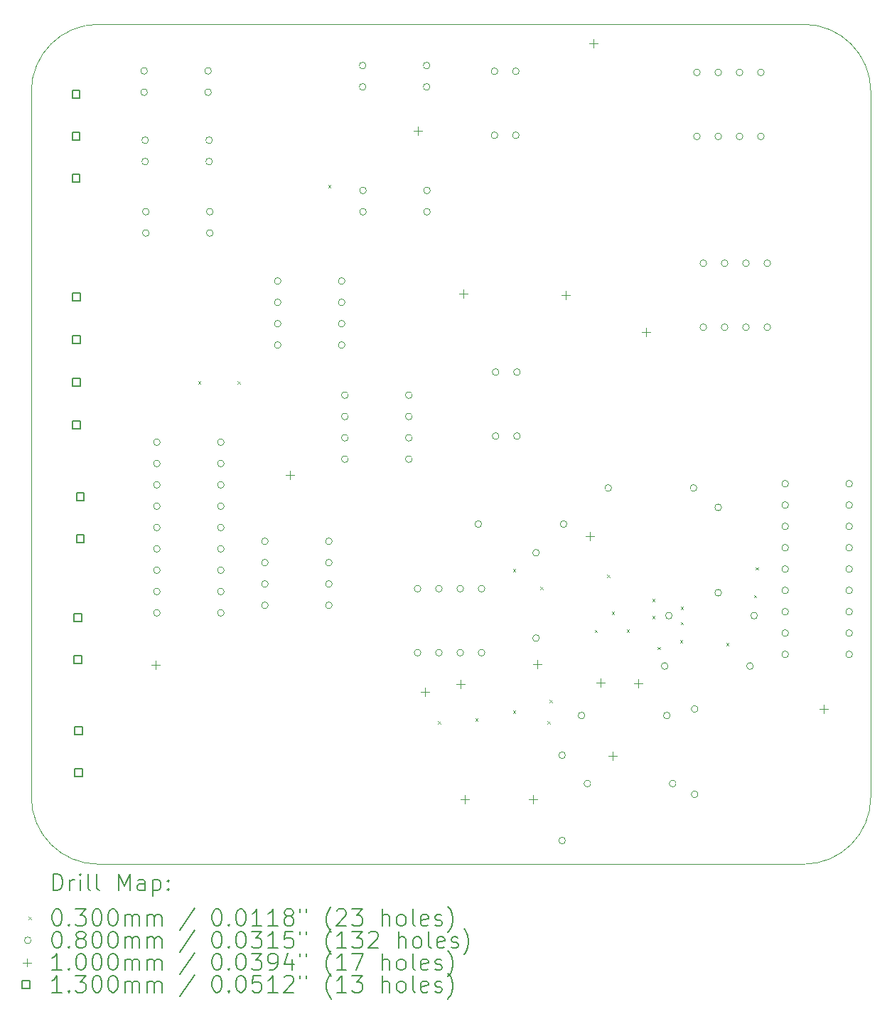
<source format=gbr>
%TF.GenerationSoftware,KiCad,Pcbnew,8.0.2*%
%TF.CreationDate,2025-04-19T11:58:42+02:00*%
%TF.ProjectId,Patje zuig men kloten,5061746a-6520-47a7-9569-67206d656e20,rev?*%
%TF.SameCoordinates,Original*%
%TF.FileFunction,Drillmap*%
%TF.FilePolarity,Positive*%
%FSLAX45Y45*%
G04 Gerber Fmt 4.5, Leading zero omitted, Abs format (unit mm)*
G04 Created by KiCad (PCBNEW 8.0.2) date 2025-04-19 11:58:42*
%MOMM*%
%LPD*%
G01*
G04 APERTURE LIST*
%ADD10C,0.050000*%
%ADD11C,0.200000*%
%ADD12C,0.100000*%
%ADD13C,0.130000*%
G04 APERTURE END LIST*
D10*
X9377850Y-13420200D02*
X9377850Y-5020200D01*
X10177850Y-4220200D02*
X18577850Y-4220200D01*
X19377850Y-5020200D02*
X19377850Y-13420200D01*
X18577850Y-4220200D02*
G75*
G02*
X19377850Y-5020200I0J-800000D01*
G01*
X19377850Y-13420200D02*
G75*
G02*
X18577850Y-14220200I-800000J0D01*
G01*
X18577850Y-14220200D02*
X10177850Y-14220200D01*
X10177850Y-14220200D02*
G75*
G02*
X9377850Y-13420200I0J800000D01*
G01*
X9377850Y-5020200D02*
G75*
G02*
X10177850Y-4220200I800000J0D01*
G01*
D11*
D12*
X11364200Y-8468600D02*
X11394200Y-8498600D01*
X11394200Y-8468600D02*
X11364200Y-8498600D01*
X11834100Y-8468600D02*
X11864100Y-8498600D01*
X11864100Y-8468600D02*
X11834100Y-8498600D01*
X12913600Y-6131800D02*
X12943600Y-6161800D01*
X12943600Y-6131800D02*
X12913600Y-6161800D01*
X14221700Y-12519900D02*
X14251700Y-12549900D01*
X14251700Y-12519900D02*
X14221700Y-12549900D01*
X14666200Y-12481800D02*
X14696200Y-12511800D01*
X14696200Y-12481800D02*
X14666200Y-12511800D01*
X15115000Y-10705000D02*
X15145000Y-10735000D01*
X15145000Y-10705000D02*
X15115000Y-10735000D01*
X15115820Y-12390240D02*
X15145820Y-12420240D01*
X15145820Y-12390240D02*
X15115820Y-12420240D01*
X15440900Y-10919700D02*
X15470900Y-10949700D01*
X15470900Y-10919700D02*
X15440900Y-10949700D01*
X15525000Y-12519900D02*
X15555000Y-12549900D01*
X15555000Y-12519900D02*
X15525000Y-12549900D01*
X15550500Y-12265900D02*
X15580500Y-12295900D01*
X15580500Y-12265900D02*
X15550500Y-12295900D01*
X16089550Y-11429800D02*
X16119550Y-11459800D01*
X16119550Y-11429800D02*
X16089550Y-11459800D01*
X16235000Y-10775000D02*
X16265000Y-10805000D01*
X16265000Y-10775000D02*
X16235000Y-10805000D01*
X16291800Y-11211800D02*
X16321800Y-11241800D01*
X16321800Y-11211800D02*
X16291800Y-11241800D01*
X16469600Y-11426300D02*
X16499600Y-11456300D01*
X16499600Y-11426300D02*
X16469600Y-11456300D01*
X16774400Y-11059400D02*
X16804400Y-11089400D01*
X16804400Y-11059400D02*
X16774400Y-11089400D01*
X16774400Y-11262600D02*
X16804400Y-11292600D01*
X16804400Y-11262600D02*
X16774400Y-11292600D01*
X16838080Y-11631950D02*
X16868080Y-11661950D01*
X16868080Y-11631950D02*
X16838080Y-11661950D01*
X17105000Y-11555000D02*
X17135000Y-11585000D01*
X17135000Y-11555000D02*
X17105000Y-11585000D01*
X17115000Y-11155000D02*
X17145000Y-11185000D01*
X17145000Y-11155000D02*
X17115000Y-11185000D01*
X17115000Y-11335000D02*
X17145000Y-11365000D01*
X17145000Y-11335000D02*
X17115000Y-11365000D01*
X17655000Y-11585000D02*
X17685000Y-11615000D01*
X17685000Y-11585000D02*
X17655000Y-11615000D01*
X17985000Y-11015000D02*
X18015000Y-11045000D01*
X18015000Y-11015000D02*
X17985000Y-11045000D01*
X18005000Y-10685000D02*
X18035000Y-10715000D01*
X18035000Y-10685000D02*
X18005000Y-10715000D01*
X10760700Y-4774700D02*
G75*
G02*
X10680700Y-4774700I-40000J0D01*
G01*
X10680700Y-4774700D02*
G75*
G02*
X10760700Y-4774700I40000J0D01*
G01*
X10760700Y-5028700D02*
G75*
G02*
X10680700Y-5028700I-40000J0D01*
G01*
X10680700Y-5028700D02*
G75*
G02*
X10760700Y-5028700I40000J0D01*
G01*
X10773400Y-5600200D02*
G75*
G02*
X10693400Y-5600200I-40000J0D01*
G01*
X10693400Y-5600200D02*
G75*
G02*
X10773400Y-5600200I40000J0D01*
G01*
X10773400Y-5854200D02*
G75*
G02*
X10693400Y-5854200I-40000J0D01*
G01*
X10693400Y-5854200D02*
G75*
G02*
X10773400Y-5854200I40000J0D01*
G01*
X10781850Y-6451600D02*
G75*
G02*
X10701850Y-6451600I-40000J0D01*
G01*
X10701850Y-6451600D02*
G75*
G02*
X10781850Y-6451600I40000J0D01*
G01*
X10781850Y-6705600D02*
G75*
G02*
X10701850Y-6705600I-40000J0D01*
G01*
X10701850Y-6705600D02*
G75*
G02*
X10781850Y-6705600I40000J0D01*
G01*
X10913100Y-9195800D02*
G75*
G02*
X10833100Y-9195800I-40000J0D01*
G01*
X10833100Y-9195800D02*
G75*
G02*
X10913100Y-9195800I40000J0D01*
G01*
X10913100Y-9449800D02*
G75*
G02*
X10833100Y-9449800I-40000J0D01*
G01*
X10833100Y-9449800D02*
G75*
G02*
X10913100Y-9449800I40000J0D01*
G01*
X10913100Y-9703800D02*
G75*
G02*
X10833100Y-9703800I-40000J0D01*
G01*
X10833100Y-9703800D02*
G75*
G02*
X10913100Y-9703800I40000J0D01*
G01*
X10913100Y-9957800D02*
G75*
G02*
X10833100Y-9957800I-40000J0D01*
G01*
X10833100Y-9957800D02*
G75*
G02*
X10913100Y-9957800I40000J0D01*
G01*
X10913100Y-10211800D02*
G75*
G02*
X10833100Y-10211800I-40000J0D01*
G01*
X10833100Y-10211800D02*
G75*
G02*
X10913100Y-10211800I40000J0D01*
G01*
X10913100Y-10465800D02*
G75*
G02*
X10833100Y-10465800I-40000J0D01*
G01*
X10833100Y-10465800D02*
G75*
G02*
X10913100Y-10465800I40000J0D01*
G01*
X10913100Y-10719800D02*
G75*
G02*
X10833100Y-10719800I-40000J0D01*
G01*
X10833100Y-10719800D02*
G75*
G02*
X10913100Y-10719800I40000J0D01*
G01*
X10913100Y-10973800D02*
G75*
G02*
X10833100Y-10973800I-40000J0D01*
G01*
X10833100Y-10973800D02*
G75*
G02*
X10913100Y-10973800I40000J0D01*
G01*
X10913100Y-11227800D02*
G75*
G02*
X10833100Y-11227800I-40000J0D01*
G01*
X10833100Y-11227800D02*
G75*
G02*
X10913100Y-11227800I40000J0D01*
G01*
X11522700Y-4774700D02*
G75*
G02*
X11442700Y-4774700I-40000J0D01*
G01*
X11442700Y-4774700D02*
G75*
G02*
X11522700Y-4774700I40000J0D01*
G01*
X11522700Y-5028700D02*
G75*
G02*
X11442700Y-5028700I-40000J0D01*
G01*
X11442700Y-5028700D02*
G75*
G02*
X11522700Y-5028700I40000J0D01*
G01*
X11535400Y-5600200D02*
G75*
G02*
X11455400Y-5600200I-40000J0D01*
G01*
X11455400Y-5600200D02*
G75*
G02*
X11535400Y-5600200I40000J0D01*
G01*
X11535400Y-5854200D02*
G75*
G02*
X11455400Y-5854200I-40000J0D01*
G01*
X11455400Y-5854200D02*
G75*
G02*
X11535400Y-5854200I40000J0D01*
G01*
X11543850Y-6451600D02*
G75*
G02*
X11463850Y-6451600I-40000J0D01*
G01*
X11463850Y-6451600D02*
G75*
G02*
X11543850Y-6451600I40000J0D01*
G01*
X11543850Y-6705600D02*
G75*
G02*
X11463850Y-6705600I-40000J0D01*
G01*
X11463850Y-6705600D02*
G75*
G02*
X11543850Y-6705600I40000J0D01*
G01*
X11675100Y-9195800D02*
G75*
G02*
X11595100Y-9195800I-40000J0D01*
G01*
X11595100Y-9195800D02*
G75*
G02*
X11675100Y-9195800I40000J0D01*
G01*
X11675100Y-9449800D02*
G75*
G02*
X11595100Y-9449800I-40000J0D01*
G01*
X11595100Y-9449800D02*
G75*
G02*
X11675100Y-9449800I40000J0D01*
G01*
X11675100Y-9703800D02*
G75*
G02*
X11595100Y-9703800I-40000J0D01*
G01*
X11595100Y-9703800D02*
G75*
G02*
X11675100Y-9703800I40000J0D01*
G01*
X11675100Y-9957800D02*
G75*
G02*
X11595100Y-9957800I-40000J0D01*
G01*
X11595100Y-9957800D02*
G75*
G02*
X11675100Y-9957800I40000J0D01*
G01*
X11675100Y-10211800D02*
G75*
G02*
X11595100Y-10211800I-40000J0D01*
G01*
X11595100Y-10211800D02*
G75*
G02*
X11675100Y-10211800I40000J0D01*
G01*
X11675100Y-10465800D02*
G75*
G02*
X11595100Y-10465800I-40000J0D01*
G01*
X11595100Y-10465800D02*
G75*
G02*
X11675100Y-10465800I40000J0D01*
G01*
X11675100Y-10719800D02*
G75*
G02*
X11595100Y-10719800I-40000J0D01*
G01*
X11595100Y-10719800D02*
G75*
G02*
X11675100Y-10719800I40000J0D01*
G01*
X11675100Y-10973800D02*
G75*
G02*
X11595100Y-10973800I-40000J0D01*
G01*
X11595100Y-10973800D02*
G75*
G02*
X11675100Y-10973800I40000J0D01*
G01*
X11675100Y-11227800D02*
G75*
G02*
X11595100Y-11227800I-40000J0D01*
G01*
X11595100Y-11227800D02*
G75*
G02*
X11675100Y-11227800I40000J0D01*
G01*
X12200000Y-10374900D02*
G75*
G02*
X12120000Y-10374900I-40000J0D01*
G01*
X12120000Y-10374900D02*
G75*
G02*
X12200000Y-10374900I40000J0D01*
G01*
X12200000Y-10628900D02*
G75*
G02*
X12120000Y-10628900I-40000J0D01*
G01*
X12120000Y-10628900D02*
G75*
G02*
X12200000Y-10628900I40000J0D01*
G01*
X12200000Y-10882900D02*
G75*
G02*
X12120000Y-10882900I-40000J0D01*
G01*
X12120000Y-10882900D02*
G75*
G02*
X12200000Y-10882900I40000J0D01*
G01*
X12200000Y-11136900D02*
G75*
G02*
X12120000Y-11136900I-40000J0D01*
G01*
X12120000Y-11136900D02*
G75*
G02*
X12200000Y-11136900I40000J0D01*
G01*
X12352400Y-7276100D02*
G75*
G02*
X12272400Y-7276100I-40000J0D01*
G01*
X12272400Y-7276100D02*
G75*
G02*
X12352400Y-7276100I40000J0D01*
G01*
X12352400Y-7530100D02*
G75*
G02*
X12272400Y-7530100I-40000J0D01*
G01*
X12272400Y-7530100D02*
G75*
G02*
X12352400Y-7530100I40000J0D01*
G01*
X12352400Y-7784100D02*
G75*
G02*
X12272400Y-7784100I-40000J0D01*
G01*
X12272400Y-7784100D02*
G75*
G02*
X12352400Y-7784100I40000J0D01*
G01*
X12352400Y-8038100D02*
G75*
G02*
X12272400Y-8038100I-40000J0D01*
G01*
X12272400Y-8038100D02*
G75*
G02*
X12352400Y-8038100I40000J0D01*
G01*
X12962000Y-10374900D02*
G75*
G02*
X12882000Y-10374900I-40000J0D01*
G01*
X12882000Y-10374900D02*
G75*
G02*
X12962000Y-10374900I40000J0D01*
G01*
X12962000Y-10628900D02*
G75*
G02*
X12882000Y-10628900I-40000J0D01*
G01*
X12882000Y-10628900D02*
G75*
G02*
X12962000Y-10628900I40000J0D01*
G01*
X12962000Y-10882900D02*
G75*
G02*
X12882000Y-10882900I-40000J0D01*
G01*
X12882000Y-10882900D02*
G75*
G02*
X12962000Y-10882900I40000J0D01*
G01*
X12962000Y-11136900D02*
G75*
G02*
X12882000Y-11136900I-40000J0D01*
G01*
X12882000Y-11136900D02*
G75*
G02*
X12962000Y-11136900I40000J0D01*
G01*
X13114400Y-7276100D02*
G75*
G02*
X13034400Y-7276100I-40000J0D01*
G01*
X13034400Y-7276100D02*
G75*
G02*
X13114400Y-7276100I40000J0D01*
G01*
X13114400Y-7530100D02*
G75*
G02*
X13034400Y-7530100I-40000J0D01*
G01*
X13034400Y-7530100D02*
G75*
G02*
X13114400Y-7530100I40000J0D01*
G01*
X13114400Y-7784100D02*
G75*
G02*
X13034400Y-7784100I-40000J0D01*
G01*
X13034400Y-7784100D02*
G75*
G02*
X13114400Y-7784100I40000J0D01*
G01*
X13114400Y-8038100D02*
G75*
G02*
X13034400Y-8038100I-40000J0D01*
G01*
X13034400Y-8038100D02*
G75*
G02*
X13114400Y-8038100I40000J0D01*
G01*
X13152500Y-8635000D02*
G75*
G02*
X13072500Y-8635000I-40000J0D01*
G01*
X13072500Y-8635000D02*
G75*
G02*
X13152500Y-8635000I40000J0D01*
G01*
X13152500Y-8889000D02*
G75*
G02*
X13072500Y-8889000I-40000J0D01*
G01*
X13072500Y-8889000D02*
G75*
G02*
X13152500Y-8889000I40000J0D01*
G01*
X13152500Y-9143000D02*
G75*
G02*
X13072500Y-9143000I-40000J0D01*
G01*
X13072500Y-9143000D02*
G75*
G02*
X13152500Y-9143000I40000J0D01*
G01*
X13152500Y-9397000D02*
G75*
G02*
X13072500Y-9397000I-40000J0D01*
G01*
X13072500Y-9397000D02*
G75*
G02*
X13152500Y-9397000I40000J0D01*
G01*
X13364200Y-4711200D02*
G75*
G02*
X13284200Y-4711200I-40000J0D01*
G01*
X13284200Y-4711200D02*
G75*
G02*
X13364200Y-4711200I40000J0D01*
G01*
X13364200Y-4965200D02*
G75*
G02*
X13284200Y-4965200I-40000J0D01*
G01*
X13284200Y-4965200D02*
G75*
G02*
X13364200Y-4965200I40000J0D01*
G01*
X13368400Y-6198100D02*
G75*
G02*
X13288400Y-6198100I-40000J0D01*
G01*
X13288400Y-6198100D02*
G75*
G02*
X13368400Y-6198100I40000J0D01*
G01*
X13368400Y-6452100D02*
G75*
G02*
X13288400Y-6452100I-40000J0D01*
G01*
X13288400Y-6452100D02*
G75*
G02*
X13368400Y-6452100I40000J0D01*
G01*
X13914500Y-8635000D02*
G75*
G02*
X13834500Y-8635000I-40000J0D01*
G01*
X13834500Y-8635000D02*
G75*
G02*
X13914500Y-8635000I40000J0D01*
G01*
X13914500Y-8889000D02*
G75*
G02*
X13834500Y-8889000I-40000J0D01*
G01*
X13834500Y-8889000D02*
G75*
G02*
X13914500Y-8889000I40000J0D01*
G01*
X13914500Y-9143000D02*
G75*
G02*
X13834500Y-9143000I-40000J0D01*
G01*
X13834500Y-9143000D02*
G75*
G02*
X13914500Y-9143000I40000J0D01*
G01*
X13914500Y-9397000D02*
G75*
G02*
X13834500Y-9397000I-40000J0D01*
G01*
X13834500Y-9397000D02*
G75*
G02*
X13914500Y-9397000I40000J0D01*
G01*
X14019350Y-10938950D02*
G75*
G02*
X13939350Y-10938950I-40000J0D01*
G01*
X13939350Y-10938950D02*
G75*
G02*
X14019350Y-10938950I40000J0D01*
G01*
X14019350Y-11700950D02*
G75*
G02*
X13939350Y-11700950I-40000J0D01*
G01*
X13939350Y-11700950D02*
G75*
G02*
X14019350Y-11700950I40000J0D01*
G01*
X14126200Y-4711200D02*
G75*
G02*
X14046200Y-4711200I-40000J0D01*
G01*
X14046200Y-4711200D02*
G75*
G02*
X14126200Y-4711200I40000J0D01*
G01*
X14126200Y-4965200D02*
G75*
G02*
X14046200Y-4965200I-40000J0D01*
G01*
X14046200Y-4965200D02*
G75*
G02*
X14126200Y-4965200I40000J0D01*
G01*
X14130400Y-6198100D02*
G75*
G02*
X14050400Y-6198100I-40000J0D01*
G01*
X14050400Y-6198100D02*
G75*
G02*
X14130400Y-6198100I40000J0D01*
G01*
X14130400Y-6452100D02*
G75*
G02*
X14050400Y-6452100I-40000J0D01*
G01*
X14050400Y-6452100D02*
G75*
G02*
X14130400Y-6452100I40000J0D01*
G01*
X14273350Y-10938950D02*
G75*
G02*
X14193350Y-10938950I-40000J0D01*
G01*
X14193350Y-10938950D02*
G75*
G02*
X14273350Y-10938950I40000J0D01*
G01*
X14273350Y-11700950D02*
G75*
G02*
X14193350Y-11700950I-40000J0D01*
G01*
X14193350Y-11700950D02*
G75*
G02*
X14273350Y-11700950I40000J0D01*
G01*
X14527350Y-10938950D02*
G75*
G02*
X14447350Y-10938950I-40000J0D01*
G01*
X14447350Y-10938950D02*
G75*
G02*
X14527350Y-10938950I40000J0D01*
G01*
X14527350Y-11700950D02*
G75*
G02*
X14447350Y-11700950I-40000J0D01*
G01*
X14447350Y-11700950D02*
G75*
G02*
X14527350Y-11700950I40000J0D01*
G01*
X14742000Y-10170000D02*
G75*
G02*
X14662000Y-10170000I-40000J0D01*
G01*
X14662000Y-10170000D02*
G75*
G02*
X14742000Y-10170000I40000J0D01*
G01*
X14781350Y-10938950D02*
G75*
G02*
X14701350Y-10938950I-40000J0D01*
G01*
X14701350Y-10938950D02*
G75*
G02*
X14781350Y-10938950I40000J0D01*
G01*
X14781350Y-11700950D02*
G75*
G02*
X14701350Y-11700950I-40000J0D01*
G01*
X14701350Y-11700950D02*
G75*
G02*
X14781350Y-11700950I40000J0D01*
G01*
X14935250Y-4779450D02*
G75*
G02*
X14855250Y-4779450I-40000J0D01*
G01*
X14855250Y-4779450D02*
G75*
G02*
X14935250Y-4779450I40000J0D01*
G01*
X14935250Y-5541450D02*
G75*
G02*
X14855250Y-5541450I-40000J0D01*
G01*
X14855250Y-5541450D02*
G75*
G02*
X14935250Y-5541450I40000J0D01*
G01*
X14947950Y-8360850D02*
G75*
G02*
X14867950Y-8360850I-40000J0D01*
G01*
X14867950Y-8360850D02*
G75*
G02*
X14947950Y-8360850I40000J0D01*
G01*
X14947950Y-9122850D02*
G75*
G02*
X14867950Y-9122850I-40000J0D01*
G01*
X14867950Y-9122850D02*
G75*
G02*
X14947950Y-9122850I40000J0D01*
G01*
X15189250Y-4779450D02*
G75*
G02*
X15109250Y-4779450I-40000J0D01*
G01*
X15109250Y-4779450D02*
G75*
G02*
X15189250Y-4779450I40000J0D01*
G01*
X15189250Y-5541450D02*
G75*
G02*
X15109250Y-5541450I-40000J0D01*
G01*
X15109250Y-5541450D02*
G75*
G02*
X15189250Y-5541450I40000J0D01*
G01*
X15201950Y-8360850D02*
G75*
G02*
X15121950Y-8360850I-40000J0D01*
G01*
X15121950Y-8360850D02*
G75*
G02*
X15201950Y-8360850I40000J0D01*
G01*
X15201950Y-9122850D02*
G75*
G02*
X15121950Y-9122850I-40000J0D01*
G01*
X15121950Y-9122850D02*
G75*
G02*
X15201950Y-9122850I40000J0D01*
G01*
X15430000Y-10512000D02*
G75*
G02*
X15350000Y-10512000I-40000J0D01*
G01*
X15350000Y-10512000D02*
G75*
G02*
X15430000Y-10512000I40000J0D01*
G01*
X15430000Y-11528000D02*
G75*
G02*
X15350000Y-11528000I-40000J0D01*
G01*
X15350000Y-11528000D02*
G75*
G02*
X15430000Y-11528000I40000J0D01*
G01*
X15740000Y-12922000D02*
G75*
G02*
X15660000Y-12922000I-40000J0D01*
G01*
X15660000Y-12922000D02*
G75*
G02*
X15740000Y-12922000I40000J0D01*
G01*
X15740000Y-13938000D02*
G75*
G02*
X15660000Y-13938000I-40000J0D01*
G01*
X15660000Y-13938000D02*
G75*
G02*
X15740000Y-13938000I40000J0D01*
G01*
X15758000Y-10170000D02*
G75*
G02*
X15678000Y-10170000I-40000J0D01*
G01*
X15678000Y-10170000D02*
G75*
G02*
X15758000Y-10170000I40000J0D01*
G01*
X15972000Y-12450000D02*
G75*
G02*
X15892000Y-12450000I-40000J0D01*
G01*
X15892000Y-12450000D02*
G75*
G02*
X15972000Y-12450000I40000J0D01*
G01*
X16042000Y-13260000D02*
G75*
G02*
X15962000Y-13260000I-40000J0D01*
G01*
X15962000Y-13260000D02*
G75*
G02*
X16042000Y-13260000I40000J0D01*
G01*
X16290000Y-9740000D02*
G75*
G02*
X16210000Y-9740000I-40000J0D01*
G01*
X16210000Y-9740000D02*
G75*
G02*
X16290000Y-9740000I40000J0D01*
G01*
X16962000Y-11860000D02*
G75*
G02*
X16882000Y-11860000I-40000J0D01*
G01*
X16882000Y-11860000D02*
G75*
G02*
X16962000Y-11860000I40000J0D01*
G01*
X16988000Y-12450000D02*
G75*
G02*
X16908000Y-12450000I-40000J0D01*
G01*
X16908000Y-12450000D02*
G75*
G02*
X16988000Y-12450000I40000J0D01*
G01*
X17012000Y-11260000D02*
G75*
G02*
X16932000Y-11260000I-40000J0D01*
G01*
X16932000Y-11260000D02*
G75*
G02*
X17012000Y-11260000I40000J0D01*
G01*
X17058000Y-13260000D02*
G75*
G02*
X16978000Y-13260000I-40000J0D01*
G01*
X16978000Y-13260000D02*
G75*
G02*
X17058000Y-13260000I40000J0D01*
G01*
X17306000Y-9740000D02*
G75*
G02*
X17226000Y-9740000I-40000J0D01*
G01*
X17226000Y-9740000D02*
G75*
G02*
X17306000Y-9740000I40000J0D01*
G01*
X17320000Y-12372000D02*
G75*
G02*
X17240000Y-12372000I-40000J0D01*
G01*
X17240000Y-12372000D02*
G75*
G02*
X17320000Y-12372000I40000J0D01*
G01*
X17320000Y-13388000D02*
G75*
G02*
X17240000Y-13388000I-40000J0D01*
G01*
X17240000Y-13388000D02*
G75*
G02*
X17320000Y-13388000I40000J0D01*
G01*
X17346750Y-4792150D02*
G75*
G02*
X17266750Y-4792150I-40000J0D01*
G01*
X17266750Y-4792150D02*
G75*
G02*
X17346750Y-4792150I40000J0D01*
G01*
X17346750Y-5554150D02*
G75*
G02*
X17266750Y-5554150I-40000J0D01*
G01*
X17266750Y-5554150D02*
G75*
G02*
X17346750Y-5554150I40000J0D01*
G01*
X17422950Y-7065450D02*
G75*
G02*
X17342950Y-7065450I-40000J0D01*
G01*
X17342950Y-7065450D02*
G75*
G02*
X17422950Y-7065450I40000J0D01*
G01*
X17422950Y-7827450D02*
G75*
G02*
X17342950Y-7827450I-40000J0D01*
G01*
X17342950Y-7827450D02*
G75*
G02*
X17422950Y-7827450I40000J0D01*
G01*
X17600000Y-9972000D02*
G75*
G02*
X17520000Y-9972000I-40000J0D01*
G01*
X17520000Y-9972000D02*
G75*
G02*
X17600000Y-9972000I40000J0D01*
G01*
X17600000Y-10988000D02*
G75*
G02*
X17520000Y-10988000I-40000J0D01*
G01*
X17520000Y-10988000D02*
G75*
G02*
X17600000Y-10988000I40000J0D01*
G01*
X17600750Y-4792150D02*
G75*
G02*
X17520750Y-4792150I-40000J0D01*
G01*
X17520750Y-4792150D02*
G75*
G02*
X17600750Y-4792150I40000J0D01*
G01*
X17600750Y-5554150D02*
G75*
G02*
X17520750Y-5554150I-40000J0D01*
G01*
X17520750Y-5554150D02*
G75*
G02*
X17600750Y-5554150I40000J0D01*
G01*
X17676950Y-7065450D02*
G75*
G02*
X17596950Y-7065450I-40000J0D01*
G01*
X17596950Y-7065450D02*
G75*
G02*
X17676950Y-7065450I40000J0D01*
G01*
X17676950Y-7827450D02*
G75*
G02*
X17596950Y-7827450I-40000J0D01*
G01*
X17596950Y-7827450D02*
G75*
G02*
X17676950Y-7827450I40000J0D01*
G01*
X17854750Y-4792150D02*
G75*
G02*
X17774750Y-4792150I-40000J0D01*
G01*
X17774750Y-4792150D02*
G75*
G02*
X17854750Y-4792150I40000J0D01*
G01*
X17854750Y-5554150D02*
G75*
G02*
X17774750Y-5554150I-40000J0D01*
G01*
X17774750Y-5554150D02*
G75*
G02*
X17854750Y-5554150I40000J0D01*
G01*
X17930950Y-7065450D02*
G75*
G02*
X17850950Y-7065450I-40000J0D01*
G01*
X17850950Y-7065450D02*
G75*
G02*
X17930950Y-7065450I40000J0D01*
G01*
X17930950Y-7827450D02*
G75*
G02*
X17850950Y-7827450I-40000J0D01*
G01*
X17850950Y-7827450D02*
G75*
G02*
X17930950Y-7827450I40000J0D01*
G01*
X17978000Y-11860000D02*
G75*
G02*
X17898000Y-11860000I-40000J0D01*
G01*
X17898000Y-11860000D02*
G75*
G02*
X17978000Y-11860000I40000J0D01*
G01*
X18028000Y-11260000D02*
G75*
G02*
X17948000Y-11260000I-40000J0D01*
G01*
X17948000Y-11260000D02*
G75*
G02*
X18028000Y-11260000I40000J0D01*
G01*
X18108750Y-4792150D02*
G75*
G02*
X18028750Y-4792150I-40000J0D01*
G01*
X18028750Y-4792150D02*
G75*
G02*
X18108750Y-4792150I40000J0D01*
G01*
X18108750Y-5554150D02*
G75*
G02*
X18028750Y-5554150I-40000J0D01*
G01*
X18028750Y-5554150D02*
G75*
G02*
X18108750Y-5554150I40000J0D01*
G01*
X18184950Y-7065450D02*
G75*
G02*
X18104950Y-7065450I-40000J0D01*
G01*
X18104950Y-7065450D02*
G75*
G02*
X18184950Y-7065450I40000J0D01*
G01*
X18184950Y-7827450D02*
G75*
G02*
X18104950Y-7827450I-40000J0D01*
G01*
X18104950Y-7827450D02*
G75*
G02*
X18184950Y-7827450I40000J0D01*
G01*
X18398000Y-9690100D02*
G75*
G02*
X18318000Y-9690100I-40000J0D01*
G01*
X18318000Y-9690100D02*
G75*
G02*
X18398000Y-9690100I40000J0D01*
G01*
X18398000Y-9944100D02*
G75*
G02*
X18318000Y-9944100I-40000J0D01*
G01*
X18318000Y-9944100D02*
G75*
G02*
X18398000Y-9944100I40000J0D01*
G01*
X18398000Y-10198100D02*
G75*
G02*
X18318000Y-10198100I-40000J0D01*
G01*
X18318000Y-10198100D02*
G75*
G02*
X18398000Y-10198100I40000J0D01*
G01*
X18398000Y-10452100D02*
G75*
G02*
X18318000Y-10452100I-40000J0D01*
G01*
X18318000Y-10452100D02*
G75*
G02*
X18398000Y-10452100I40000J0D01*
G01*
X18398000Y-10706100D02*
G75*
G02*
X18318000Y-10706100I-40000J0D01*
G01*
X18318000Y-10706100D02*
G75*
G02*
X18398000Y-10706100I40000J0D01*
G01*
X18398000Y-10960100D02*
G75*
G02*
X18318000Y-10960100I-40000J0D01*
G01*
X18318000Y-10960100D02*
G75*
G02*
X18398000Y-10960100I40000J0D01*
G01*
X18398000Y-11214100D02*
G75*
G02*
X18318000Y-11214100I-40000J0D01*
G01*
X18318000Y-11214100D02*
G75*
G02*
X18398000Y-11214100I40000J0D01*
G01*
X18398000Y-11468100D02*
G75*
G02*
X18318000Y-11468100I-40000J0D01*
G01*
X18318000Y-11468100D02*
G75*
G02*
X18398000Y-11468100I40000J0D01*
G01*
X18398000Y-11722100D02*
G75*
G02*
X18318000Y-11722100I-40000J0D01*
G01*
X18318000Y-11722100D02*
G75*
G02*
X18398000Y-11722100I40000J0D01*
G01*
X19160000Y-9690100D02*
G75*
G02*
X19080000Y-9690100I-40000J0D01*
G01*
X19080000Y-9690100D02*
G75*
G02*
X19160000Y-9690100I40000J0D01*
G01*
X19160000Y-9944100D02*
G75*
G02*
X19080000Y-9944100I-40000J0D01*
G01*
X19080000Y-9944100D02*
G75*
G02*
X19160000Y-9944100I40000J0D01*
G01*
X19160000Y-10198100D02*
G75*
G02*
X19080000Y-10198100I-40000J0D01*
G01*
X19080000Y-10198100D02*
G75*
G02*
X19160000Y-10198100I40000J0D01*
G01*
X19160000Y-10452100D02*
G75*
G02*
X19080000Y-10452100I-40000J0D01*
G01*
X19080000Y-10452100D02*
G75*
G02*
X19160000Y-10452100I40000J0D01*
G01*
X19160000Y-10706100D02*
G75*
G02*
X19080000Y-10706100I-40000J0D01*
G01*
X19080000Y-10706100D02*
G75*
G02*
X19160000Y-10706100I40000J0D01*
G01*
X19160000Y-10960100D02*
G75*
G02*
X19080000Y-10960100I-40000J0D01*
G01*
X19080000Y-10960100D02*
G75*
G02*
X19160000Y-10960100I40000J0D01*
G01*
X19160000Y-11214100D02*
G75*
G02*
X19080000Y-11214100I-40000J0D01*
G01*
X19080000Y-11214100D02*
G75*
G02*
X19160000Y-11214100I40000J0D01*
G01*
X19160000Y-11468100D02*
G75*
G02*
X19080000Y-11468100I-40000J0D01*
G01*
X19080000Y-11468100D02*
G75*
G02*
X19160000Y-11468100I40000J0D01*
G01*
X19160000Y-11722100D02*
G75*
G02*
X19080000Y-11722100I-40000J0D01*
G01*
X19080000Y-11722100D02*
G75*
G02*
X19160000Y-11722100I40000J0D01*
G01*
X10856150Y-11799100D02*
X10856150Y-11899100D01*
X10806150Y-11849100D02*
X10906150Y-11849100D01*
X12456350Y-9538500D02*
X12456350Y-9638500D01*
X12406350Y-9588500D02*
X12506350Y-9588500D01*
X13980350Y-5436400D02*
X13980350Y-5536400D01*
X13930350Y-5486400D02*
X14030350Y-5486400D01*
X14069250Y-12116600D02*
X14069250Y-12216600D01*
X14019250Y-12166600D02*
X14119250Y-12166600D01*
X14488350Y-12027700D02*
X14488350Y-12127700D01*
X14438350Y-12077700D02*
X14538350Y-12077700D01*
X14526450Y-7379500D02*
X14526450Y-7479500D01*
X14476450Y-7429500D02*
X14576450Y-7429500D01*
X14539150Y-13399300D02*
X14539150Y-13499300D01*
X14489150Y-13449300D02*
X14589150Y-13449300D01*
X15351950Y-13399300D02*
X15351950Y-13499300D01*
X15301950Y-13449300D02*
X15401950Y-13449300D01*
X15402750Y-11786400D02*
X15402750Y-11886400D01*
X15352750Y-11836400D02*
X15452750Y-11836400D01*
X15745650Y-7392200D02*
X15745650Y-7492200D01*
X15695650Y-7442200D02*
X15795650Y-7442200D01*
X16033050Y-10262400D02*
X16033050Y-10362400D01*
X15983050Y-10312400D02*
X16083050Y-10312400D01*
X16075850Y-4395000D02*
X16075850Y-4495000D01*
X16025850Y-4445000D02*
X16125850Y-4445000D01*
X16162050Y-12010300D02*
X16162050Y-12110300D01*
X16112050Y-12060300D02*
X16212050Y-12060300D01*
X16304450Y-12878600D02*
X16304450Y-12978600D01*
X16254450Y-12928600D02*
X16354450Y-12928600D01*
X16609250Y-12015000D02*
X16609250Y-12115000D01*
X16559250Y-12065000D02*
X16659250Y-12065000D01*
X16698150Y-7836700D02*
X16698150Y-7936700D01*
X16648150Y-7886700D02*
X16748150Y-7886700D01*
X18819050Y-12319800D02*
X18819050Y-12419800D01*
X18769050Y-12369800D02*
X18869050Y-12369800D01*
D13*
X9957212Y-5095862D02*
X9957212Y-5003938D01*
X9865288Y-5003938D01*
X9865288Y-5095862D01*
X9957212Y-5095862D01*
X9957212Y-5595862D02*
X9957212Y-5503938D01*
X9865288Y-5503938D01*
X9865288Y-5595862D01*
X9957212Y-5595862D01*
X9957212Y-6095862D02*
X9957212Y-6003938D01*
X9865288Y-6003938D01*
X9865288Y-6095862D01*
X9957212Y-6095862D01*
X9962312Y-7513562D02*
X9962312Y-7421638D01*
X9870388Y-7421638D01*
X9870388Y-7513562D01*
X9962312Y-7513562D01*
X9962312Y-8021562D02*
X9962312Y-7929638D01*
X9870388Y-7929638D01*
X9870388Y-8021562D01*
X9962312Y-8021562D01*
X9962312Y-8529562D02*
X9962312Y-8437638D01*
X9870388Y-8437638D01*
X9870388Y-8529562D01*
X9962312Y-8529562D01*
X9962312Y-9037562D02*
X9962312Y-8945638D01*
X9870388Y-8945638D01*
X9870388Y-9037562D01*
X9962312Y-9037562D01*
X9975012Y-11331562D02*
X9975012Y-11239638D01*
X9883088Y-11239638D01*
X9883088Y-11331562D01*
X9975012Y-11331562D01*
X9975012Y-11831562D02*
X9975012Y-11739638D01*
X9883088Y-11739638D01*
X9883088Y-11831562D01*
X9975012Y-11831562D01*
X9985962Y-12675962D02*
X9985962Y-12584038D01*
X9894038Y-12584038D01*
X9894038Y-12675962D01*
X9985962Y-12675962D01*
X9985962Y-13175962D02*
X9985962Y-13084038D01*
X9894038Y-13084038D01*
X9894038Y-13175962D01*
X9985962Y-13175962D01*
X10008012Y-9892462D02*
X10008012Y-9800538D01*
X9916088Y-9800538D01*
X9916088Y-9892462D01*
X10008012Y-9892462D01*
X10008012Y-10392462D02*
X10008012Y-10300538D01*
X9916088Y-10300538D01*
X9916088Y-10392462D01*
X10008012Y-10392462D01*
D11*
X9636127Y-14534184D02*
X9636127Y-14334184D01*
X9636127Y-14334184D02*
X9683746Y-14334184D01*
X9683746Y-14334184D02*
X9712317Y-14343708D01*
X9712317Y-14343708D02*
X9731365Y-14362755D01*
X9731365Y-14362755D02*
X9740889Y-14381803D01*
X9740889Y-14381803D02*
X9750413Y-14419898D01*
X9750413Y-14419898D02*
X9750413Y-14448469D01*
X9750413Y-14448469D02*
X9740889Y-14486565D01*
X9740889Y-14486565D02*
X9731365Y-14505612D01*
X9731365Y-14505612D02*
X9712317Y-14524660D01*
X9712317Y-14524660D02*
X9683746Y-14534184D01*
X9683746Y-14534184D02*
X9636127Y-14534184D01*
X9836127Y-14534184D02*
X9836127Y-14400850D01*
X9836127Y-14438946D02*
X9845651Y-14419898D01*
X9845651Y-14419898D02*
X9855174Y-14410374D01*
X9855174Y-14410374D02*
X9874222Y-14400850D01*
X9874222Y-14400850D02*
X9893270Y-14400850D01*
X9959936Y-14534184D02*
X9959936Y-14400850D01*
X9959936Y-14334184D02*
X9950413Y-14343708D01*
X9950413Y-14343708D02*
X9959936Y-14353231D01*
X9959936Y-14353231D02*
X9969460Y-14343708D01*
X9969460Y-14343708D02*
X9959936Y-14334184D01*
X9959936Y-14334184D02*
X9959936Y-14353231D01*
X10083746Y-14534184D02*
X10064698Y-14524660D01*
X10064698Y-14524660D02*
X10055174Y-14505612D01*
X10055174Y-14505612D02*
X10055174Y-14334184D01*
X10188508Y-14534184D02*
X10169460Y-14524660D01*
X10169460Y-14524660D02*
X10159936Y-14505612D01*
X10159936Y-14505612D02*
X10159936Y-14334184D01*
X10417079Y-14534184D02*
X10417079Y-14334184D01*
X10417079Y-14334184D02*
X10483746Y-14477041D01*
X10483746Y-14477041D02*
X10550413Y-14334184D01*
X10550413Y-14334184D02*
X10550413Y-14534184D01*
X10731365Y-14534184D02*
X10731365Y-14429422D01*
X10731365Y-14429422D02*
X10721841Y-14410374D01*
X10721841Y-14410374D02*
X10702794Y-14400850D01*
X10702794Y-14400850D02*
X10664698Y-14400850D01*
X10664698Y-14400850D02*
X10645651Y-14410374D01*
X10731365Y-14524660D02*
X10712317Y-14534184D01*
X10712317Y-14534184D02*
X10664698Y-14534184D01*
X10664698Y-14534184D02*
X10645651Y-14524660D01*
X10645651Y-14524660D02*
X10636127Y-14505612D01*
X10636127Y-14505612D02*
X10636127Y-14486565D01*
X10636127Y-14486565D02*
X10645651Y-14467517D01*
X10645651Y-14467517D02*
X10664698Y-14457993D01*
X10664698Y-14457993D02*
X10712317Y-14457993D01*
X10712317Y-14457993D02*
X10731365Y-14448469D01*
X10826603Y-14400850D02*
X10826603Y-14600850D01*
X10826603Y-14410374D02*
X10845651Y-14400850D01*
X10845651Y-14400850D02*
X10883746Y-14400850D01*
X10883746Y-14400850D02*
X10902794Y-14410374D01*
X10902794Y-14410374D02*
X10912317Y-14419898D01*
X10912317Y-14419898D02*
X10921841Y-14438946D01*
X10921841Y-14438946D02*
X10921841Y-14496088D01*
X10921841Y-14496088D02*
X10912317Y-14515136D01*
X10912317Y-14515136D02*
X10902794Y-14524660D01*
X10902794Y-14524660D02*
X10883746Y-14534184D01*
X10883746Y-14534184D02*
X10845651Y-14534184D01*
X10845651Y-14534184D02*
X10826603Y-14524660D01*
X11007555Y-14515136D02*
X11017079Y-14524660D01*
X11017079Y-14524660D02*
X11007555Y-14534184D01*
X11007555Y-14534184D02*
X10998032Y-14524660D01*
X10998032Y-14524660D02*
X11007555Y-14515136D01*
X11007555Y-14515136D02*
X11007555Y-14534184D01*
X11007555Y-14410374D02*
X11017079Y-14419898D01*
X11017079Y-14419898D02*
X11007555Y-14429422D01*
X11007555Y-14429422D02*
X10998032Y-14419898D01*
X10998032Y-14419898D02*
X11007555Y-14410374D01*
X11007555Y-14410374D02*
X11007555Y-14429422D01*
D12*
X9345350Y-14847700D02*
X9375350Y-14877700D01*
X9375350Y-14847700D02*
X9345350Y-14877700D01*
D11*
X9674222Y-14754184D02*
X9693270Y-14754184D01*
X9693270Y-14754184D02*
X9712317Y-14763708D01*
X9712317Y-14763708D02*
X9721841Y-14773231D01*
X9721841Y-14773231D02*
X9731365Y-14792279D01*
X9731365Y-14792279D02*
X9740889Y-14830374D01*
X9740889Y-14830374D02*
X9740889Y-14877993D01*
X9740889Y-14877993D02*
X9731365Y-14916088D01*
X9731365Y-14916088D02*
X9721841Y-14935136D01*
X9721841Y-14935136D02*
X9712317Y-14944660D01*
X9712317Y-14944660D02*
X9693270Y-14954184D01*
X9693270Y-14954184D02*
X9674222Y-14954184D01*
X9674222Y-14954184D02*
X9655174Y-14944660D01*
X9655174Y-14944660D02*
X9645651Y-14935136D01*
X9645651Y-14935136D02*
X9636127Y-14916088D01*
X9636127Y-14916088D02*
X9626603Y-14877993D01*
X9626603Y-14877993D02*
X9626603Y-14830374D01*
X9626603Y-14830374D02*
X9636127Y-14792279D01*
X9636127Y-14792279D02*
X9645651Y-14773231D01*
X9645651Y-14773231D02*
X9655174Y-14763708D01*
X9655174Y-14763708D02*
X9674222Y-14754184D01*
X9826603Y-14935136D02*
X9836127Y-14944660D01*
X9836127Y-14944660D02*
X9826603Y-14954184D01*
X9826603Y-14954184D02*
X9817079Y-14944660D01*
X9817079Y-14944660D02*
X9826603Y-14935136D01*
X9826603Y-14935136D02*
X9826603Y-14954184D01*
X9902794Y-14754184D02*
X10026603Y-14754184D01*
X10026603Y-14754184D02*
X9959936Y-14830374D01*
X9959936Y-14830374D02*
X9988508Y-14830374D01*
X9988508Y-14830374D02*
X10007555Y-14839898D01*
X10007555Y-14839898D02*
X10017079Y-14849422D01*
X10017079Y-14849422D02*
X10026603Y-14868469D01*
X10026603Y-14868469D02*
X10026603Y-14916088D01*
X10026603Y-14916088D02*
X10017079Y-14935136D01*
X10017079Y-14935136D02*
X10007555Y-14944660D01*
X10007555Y-14944660D02*
X9988508Y-14954184D01*
X9988508Y-14954184D02*
X9931365Y-14954184D01*
X9931365Y-14954184D02*
X9912317Y-14944660D01*
X9912317Y-14944660D02*
X9902794Y-14935136D01*
X10150413Y-14754184D02*
X10169460Y-14754184D01*
X10169460Y-14754184D02*
X10188508Y-14763708D01*
X10188508Y-14763708D02*
X10198032Y-14773231D01*
X10198032Y-14773231D02*
X10207555Y-14792279D01*
X10207555Y-14792279D02*
X10217079Y-14830374D01*
X10217079Y-14830374D02*
X10217079Y-14877993D01*
X10217079Y-14877993D02*
X10207555Y-14916088D01*
X10207555Y-14916088D02*
X10198032Y-14935136D01*
X10198032Y-14935136D02*
X10188508Y-14944660D01*
X10188508Y-14944660D02*
X10169460Y-14954184D01*
X10169460Y-14954184D02*
X10150413Y-14954184D01*
X10150413Y-14954184D02*
X10131365Y-14944660D01*
X10131365Y-14944660D02*
X10121841Y-14935136D01*
X10121841Y-14935136D02*
X10112317Y-14916088D01*
X10112317Y-14916088D02*
X10102794Y-14877993D01*
X10102794Y-14877993D02*
X10102794Y-14830374D01*
X10102794Y-14830374D02*
X10112317Y-14792279D01*
X10112317Y-14792279D02*
X10121841Y-14773231D01*
X10121841Y-14773231D02*
X10131365Y-14763708D01*
X10131365Y-14763708D02*
X10150413Y-14754184D01*
X10340889Y-14754184D02*
X10359936Y-14754184D01*
X10359936Y-14754184D02*
X10378984Y-14763708D01*
X10378984Y-14763708D02*
X10388508Y-14773231D01*
X10388508Y-14773231D02*
X10398032Y-14792279D01*
X10398032Y-14792279D02*
X10407555Y-14830374D01*
X10407555Y-14830374D02*
X10407555Y-14877993D01*
X10407555Y-14877993D02*
X10398032Y-14916088D01*
X10398032Y-14916088D02*
X10388508Y-14935136D01*
X10388508Y-14935136D02*
X10378984Y-14944660D01*
X10378984Y-14944660D02*
X10359936Y-14954184D01*
X10359936Y-14954184D02*
X10340889Y-14954184D01*
X10340889Y-14954184D02*
X10321841Y-14944660D01*
X10321841Y-14944660D02*
X10312317Y-14935136D01*
X10312317Y-14935136D02*
X10302794Y-14916088D01*
X10302794Y-14916088D02*
X10293270Y-14877993D01*
X10293270Y-14877993D02*
X10293270Y-14830374D01*
X10293270Y-14830374D02*
X10302794Y-14792279D01*
X10302794Y-14792279D02*
X10312317Y-14773231D01*
X10312317Y-14773231D02*
X10321841Y-14763708D01*
X10321841Y-14763708D02*
X10340889Y-14754184D01*
X10493270Y-14954184D02*
X10493270Y-14820850D01*
X10493270Y-14839898D02*
X10502794Y-14830374D01*
X10502794Y-14830374D02*
X10521841Y-14820850D01*
X10521841Y-14820850D02*
X10550413Y-14820850D01*
X10550413Y-14820850D02*
X10569460Y-14830374D01*
X10569460Y-14830374D02*
X10578984Y-14849422D01*
X10578984Y-14849422D02*
X10578984Y-14954184D01*
X10578984Y-14849422D02*
X10588508Y-14830374D01*
X10588508Y-14830374D02*
X10607555Y-14820850D01*
X10607555Y-14820850D02*
X10636127Y-14820850D01*
X10636127Y-14820850D02*
X10655175Y-14830374D01*
X10655175Y-14830374D02*
X10664698Y-14849422D01*
X10664698Y-14849422D02*
X10664698Y-14954184D01*
X10759936Y-14954184D02*
X10759936Y-14820850D01*
X10759936Y-14839898D02*
X10769460Y-14830374D01*
X10769460Y-14830374D02*
X10788508Y-14820850D01*
X10788508Y-14820850D02*
X10817079Y-14820850D01*
X10817079Y-14820850D02*
X10836127Y-14830374D01*
X10836127Y-14830374D02*
X10845651Y-14849422D01*
X10845651Y-14849422D02*
X10845651Y-14954184D01*
X10845651Y-14849422D02*
X10855175Y-14830374D01*
X10855175Y-14830374D02*
X10874222Y-14820850D01*
X10874222Y-14820850D02*
X10902794Y-14820850D01*
X10902794Y-14820850D02*
X10921841Y-14830374D01*
X10921841Y-14830374D02*
X10931365Y-14849422D01*
X10931365Y-14849422D02*
X10931365Y-14954184D01*
X11321841Y-14744660D02*
X11150413Y-15001803D01*
X11578984Y-14754184D02*
X11598032Y-14754184D01*
X11598032Y-14754184D02*
X11617079Y-14763708D01*
X11617079Y-14763708D02*
X11626603Y-14773231D01*
X11626603Y-14773231D02*
X11636127Y-14792279D01*
X11636127Y-14792279D02*
X11645651Y-14830374D01*
X11645651Y-14830374D02*
X11645651Y-14877993D01*
X11645651Y-14877993D02*
X11636127Y-14916088D01*
X11636127Y-14916088D02*
X11626603Y-14935136D01*
X11626603Y-14935136D02*
X11617079Y-14944660D01*
X11617079Y-14944660D02*
X11598032Y-14954184D01*
X11598032Y-14954184D02*
X11578984Y-14954184D01*
X11578984Y-14954184D02*
X11559936Y-14944660D01*
X11559936Y-14944660D02*
X11550413Y-14935136D01*
X11550413Y-14935136D02*
X11540889Y-14916088D01*
X11540889Y-14916088D02*
X11531365Y-14877993D01*
X11531365Y-14877993D02*
X11531365Y-14830374D01*
X11531365Y-14830374D02*
X11540889Y-14792279D01*
X11540889Y-14792279D02*
X11550413Y-14773231D01*
X11550413Y-14773231D02*
X11559936Y-14763708D01*
X11559936Y-14763708D02*
X11578984Y-14754184D01*
X11731365Y-14935136D02*
X11740889Y-14944660D01*
X11740889Y-14944660D02*
X11731365Y-14954184D01*
X11731365Y-14954184D02*
X11721841Y-14944660D01*
X11721841Y-14944660D02*
X11731365Y-14935136D01*
X11731365Y-14935136D02*
X11731365Y-14954184D01*
X11864698Y-14754184D02*
X11883746Y-14754184D01*
X11883746Y-14754184D02*
X11902794Y-14763708D01*
X11902794Y-14763708D02*
X11912317Y-14773231D01*
X11912317Y-14773231D02*
X11921841Y-14792279D01*
X11921841Y-14792279D02*
X11931365Y-14830374D01*
X11931365Y-14830374D02*
X11931365Y-14877993D01*
X11931365Y-14877993D02*
X11921841Y-14916088D01*
X11921841Y-14916088D02*
X11912317Y-14935136D01*
X11912317Y-14935136D02*
X11902794Y-14944660D01*
X11902794Y-14944660D02*
X11883746Y-14954184D01*
X11883746Y-14954184D02*
X11864698Y-14954184D01*
X11864698Y-14954184D02*
X11845651Y-14944660D01*
X11845651Y-14944660D02*
X11836127Y-14935136D01*
X11836127Y-14935136D02*
X11826603Y-14916088D01*
X11826603Y-14916088D02*
X11817079Y-14877993D01*
X11817079Y-14877993D02*
X11817079Y-14830374D01*
X11817079Y-14830374D02*
X11826603Y-14792279D01*
X11826603Y-14792279D02*
X11836127Y-14773231D01*
X11836127Y-14773231D02*
X11845651Y-14763708D01*
X11845651Y-14763708D02*
X11864698Y-14754184D01*
X12121841Y-14954184D02*
X12007556Y-14954184D01*
X12064698Y-14954184D02*
X12064698Y-14754184D01*
X12064698Y-14754184D02*
X12045651Y-14782755D01*
X12045651Y-14782755D02*
X12026603Y-14801803D01*
X12026603Y-14801803D02*
X12007556Y-14811327D01*
X12312317Y-14954184D02*
X12198032Y-14954184D01*
X12255175Y-14954184D02*
X12255175Y-14754184D01*
X12255175Y-14754184D02*
X12236127Y-14782755D01*
X12236127Y-14782755D02*
X12217079Y-14801803D01*
X12217079Y-14801803D02*
X12198032Y-14811327D01*
X12426603Y-14839898D02*
X12407556Y-14830374D01*
X12407556Y-14830374D02*
X12398032Y-14820850D01*
X12398032Y-14820850D02*
X12388508Y-14801803D01*
X12388508Y-14801803D02*
X12388508Y-14792279D01*
X12388508Y-14792279D02*
X12398032Y-14773231D01*
X12398032Y-14773231D02*
X12407556Y-14763708D01*
X12407556Y-14763708D02*
X12426603Y-14754184D01*
X12426603Y-14754184D02*
X12464698Y-14754184D01*
X12464698Y-14754184D02*
X12483746Y-14763708D01*
X12483746Y-14763708D02*
X12493270Y-14773231D01*
X12493270Y-14773231D02*
X12502794Y-14792279D01*
X12502794Y-14792279D02*
X12502794Y-14801803D01*
X12502794Y-14801803D02*
X12493270Y-14820850D01*
X12493270Y-14820850D02*
X12483746Y-14830374D01*
X12483746Y-14830374D02*
X12464698Y-14839898D01*
X12464698Y-14839898D02*
X12426603Y-14839898D01*
X12426603Y-14839898D02*
X12407556Y-14849422D01*
X12407556Y-14849422D02*
X12398032Y-14858946D01*
X12398032Y-14858946D02*
X12388508Y-14877993D01*
X12388508Y-14877993D02*
X12388508Y-14916088D01*
X12388508Y-14916088D02*
X12398032Y-14935136D01*
X12398032Y-14935136D02*
X12407556Y-14944660D01*
X12407556Y-14944660D02*
X12426603Y-14954184D01*
X12426603Y-14954184D02*
X12464698Y-14954184D01*
X12464698Y-14954184D02*
X12483746Y-14944660D01*
X12483746Y-14944660D02*
X12493270Y-14935136D01*
X12493270Y-14935136D02*
X12502794Y-14916088D01*
X12502794Y-14916088D02*
X12502794Y-14877993D01*
X12502794Y-14877993D02*
X12493270Y-14858946D01*
X12493270Y-14858946D02*
X12483746Y-14849422D01*
X12483746Y-14849422D02*
X12464698Y-14839898D01*
X12578984Y-14754184D02*
X12578984Y-14792279D01*
X12655175Y-14754184D02*
X12655175Y-14792279D01*
X12950413Y-15030374D02*
X12940889Y-15020850D01*
X12940889Y-15020850D02*
X12921841Y-14992279D01*
X12921841Y-14992279D02*
X12912318Y-14973231D01*
X12912318Y-14973231D02*
X12902794Y-14944660D01*
X12902794Y-14944660D02*
X12893270Y-14897041D01*
X12893270Y-14897041D02*
X12893270Y-14858946D01*
X12893270Y-14858946D02*
X12902794Y-14811327D01*
X12902794Y-14811327D02*
X12912318Y-14782755D01*
X12912318Y-14782755D02*
X12921841Y-14763708D01*
X12921841Y-14763708D02*
X12940889Y-14735136D01*
X12940889Y-14735136D02*
X12950413Y-14725612D01*
X13017079Y-14773231D02*
X13026603Y-14763708D01*
X13026603Y-14763708D02*
X13045651Y-14754184D01*
X13045651Y-14754184D02*
X13093270Y-14754184D01*
X13093270Y-14754184D02*
X13112318Y-14763708D01*
X13112318Y-14763708D02*
X13121841Y-14773231D01*
X13121841Y-14773231D02*
X13131365Y-14792279D01*
X13131365Y-14792279D02*
X13131365Y-14811327D01*
X13131365Y-14811327D02*
X13121841Y-14839898D01*
X13121841Y-14839898D02*
X13007556Y-14954184D01*
X13007556Y-14954184D02*
X13131365Y-14954184D01*
X13198032Y-14754184D02*
X13321841Y-14754184D01*
X13321841Y-14754184D02*
X13255175Y-14830374D01*
X13255175Y-14830374D02*
X13283746Y-14830374D01*
X13283746Y-14830374D02*
X13302794Y-14839898D01*
X13302794Y-14839898D02*
X13312318Y-14849422D01*
X13312318Y-14849422D02*
X13321841Y-14868469D01*
X13321841Y-14868469D02*
X13321841Y-14916088D01*
X13321841Y-14916088D02*
X13312318Y-14935136D01*
X13312318Y-14935136D02*
X13302794Y-14944660D01*
X13302794Y-14944660D02*
X13283746Y-14954184D01*
X13283746Y-14954184D02*
X13226603Y-14954184D01*
X13226603Y-14954184D02*
X13207556Y-14944660D01*
X13207556Y-14944660D02*
X13198032Y-14935136D01*
X13559937Y-14954184D02*
X13559937Y-14754184D01*
X13645651Y-14954184D02*
X13645651Y-14849422D01*
X13645651Y-14849422D02*
X13636127Y-14830374D01*
X13636127Y-14830374D02*
X13617080Y-14820850D01*
X13617080Y-14820850D02*
X13588508Y-14820850D01*
X13588508Y-14820850D02*
X13569460Y-14830374D01*
X13569460Y-14830374D02*
X13559937Y-14839898D01*
X13769460Y-14954184D02*
X13750413Y-14944660D01*
X13750413Y-14944660D02*
X13740889Y-14935136D01*
X13740889Y-14935136D02*
X13731365Y-14916088D01*
X13731365Y-14916088D02*
X13731365Y-14858946D01*
X13731365Y-14858946D02*
X13740889Y-14839898D01*
X13740889Y-14839898D02*
X13750413Y-14830374D01*
X13750413Y-14830374D02*
X13769460Y-14820850D01*
X13769460Y-14820850D02*
X13798032Y-14820850D01*
X13798032Y-14820850D02*
X13817080Y-14830374D01*
X13817080Y-14830374D02*
X13826603Y-14839898D01*
X13826603Y-14839898D02*
X13836127Y-14858946D01*
X13836127Y-14858946D02*
X13836127Y-14916088D01*
X13836127Y-14916088D02*
X13826603Y-14935136D01*
X13826603Y-14935136D02*
X13817080Y-14944660D01*
X13817080Y-14944660D02*
X13798032Y-14954184D01*
X13798032Y-14954184D02*
X13769460Y-14954184D01*
X13950413Y-14954184D02*
X13931365Y-14944660D01*
X13931365Y-14944660D02*
X13921841Y-14925612D01*
X13921841Y-14925612D02*
X13921841Y-14754184D01*
X14102794Y-14944660D02*
X14083746Y-14954184D01*
X14083746Y-14954184D02*
X14045651Y-14954184D01*
X14045651Y-14954184D02*
X14026603Y-14944660D01*
X14026603Y-14944660D02*
X14017080Y-14925612D01*
X14017080Y-14925612D02*
X14017080Y-14849422D01*
X14017080Y-14849422D02*
X14026603Y-14830374D01*
X14026603Y-14830374D02*
X14045651Y-14820850D01*
X14045651Y-14820850D02*
X14083746Y-14820850D01*
X14083746Y-14820850D02*
X14102794Y-14830374D01*
X14102794Y-14830374D02*
X14112318Y-14849422D01*
X14112318Y-14849422D02*
X14112318Y-14868469D01*
X14112318Y-14868469D02*
X14017080Y-14887517D01*
X14188508Y-14944660D02*
X14207556Y-14954184D01*
X14207556Y-14954184D02*
X14245651Y-14954184D01*
X14245651Y-14954184D02*
X14264699Y-14944660D01*
X14264699Y-14944660D02*
X14274222Y-14925612D01*
X14274222Y-14925612D02*
X14274222Y-14916088D01*
X14274222Y-14916088D02*
X14264699Y-14897041D01*
X14264699Y-14897041D02*
X14245651Y-14887517D01*
X14245651Y-14887517D02*
X14217080Y-14887517D01*
X14217080Y-14887517D02*
X14198032Y-14877993D01*
X14198032Y-14877993D02*
X14188508Y-14858946D01*
X14188508Y-14858946D02*
X14188508Y-14849422D01*
X14188508Y-14849422D02*
X14198032Y-14830374D01*
X14198032Y-14830374D02*
X14217080Y-14820850D01*
X14217080Y-14820850D02*
X14245651Y-14820850D01*
X14245651Y-14820850D02*
X14264699Y-14830374D01*
X14340889Y-15030374D02*
X14350413Y-15020850D01*
X14350413Y-15020850D02*
X14369461Y-14992279D01*
X14369461Y-14992279D02*
X14378984Y-14973231D01*
X14378984Y-14973231D02*
X14388508Y-14944660D01*
X14388508Y-14944660D02*
X14398032Y-14897041D01*
X14398032Y-14897041D02*
X14398032Y-14858946D01*
X14398032Y-14858946D02*
X14388508Y-14811327D01*
X14388508Y-14811327D02*
X14378984Y-14782755D01*
X14378984Y-14782755D02*
X14369461Y-14763708D01*
X14369461Y-14763708D02*
X14350413Y-14735136D01*
X14350413Y-14735136D02*
X14340889Y-14725612D01*
D12*
X9375350Y-15126700D02*
G75*
G02*
X9295350Y-15126700I-40000J0D01*
G01*
X9295350Y-15126700D02*
G75*
G02*
X9375350Y-15126700I40000J0D01*
G01*
D11*
X9674222Y-15018184D02*
X9693270Y-15018184D01*
X9693270Y-15018184D02*
X9712317Y-15027708D01*
X9712317Y-15027708D02*
X9721841Y-15037231D01*
X9721841Y-15037231D02*
X9731365Y-15056279D01*
X9731365Y-15056279D02*
X9740889Y-15094374D01*
X9740889Y-15094374D02*
X9740889Y-15141993D01*
X9740889Y-15141993D02*
X9731365Y-15180088D01*
X9731365Y-15180088D02*
X9721841Y-15199136D01*
X9721841Y-15199136D02*
X9712317Y-15208660D01*
X9712317Y-15208660D02*
X9693270Y-15218184D01*
X9693270Y-15218184D02*
X9674222Y-15218184D01*
X9674222Y-15218184D02*
X9655174Y-15208660D01*
X9655174Y-15208660D02*
X9645651Y-15199136D01*
X9645651Y-15199136D02*
X9636127Y-15180088D01*
X9636127Y-15180088D02*
X9626603Y-15141993D01*
X9626603Y-15141993D02*
X9626603Y-15094374D01*
X9626603Y-15094374D02*
X9636127Y-15056279D01*
X9636127Y-15056279D02*
X9645651Y-15037231D01*
X9645651Y-15037231D02*
X9655174Y-15027708D01*
X9655174Y-15027708D02*
X9674222Y-15018184D01*
X9826603Y-15199136D02*
X9836127Y-15208660D01*
X9836127Y-15208660D02*
X9826603Y-15218184D01*
X9826603Y-15218184D02*
X9817079Y-15208660D01*
X9817079Y-15208660D02*
X9826603Y-15199136D01*
X9826603Y-15199136D02*
X9826603Y-15218184D01*
X9950413Y-15103898D02*
X9931365Y-15094374D01*
X9931365Y-15094374D02*
X9921841Y-15084850D01*
X9921841Y-15084850D02*
X9912317Y-15065803D01*
X9912317Y-15065803D02*
X9912317Y-15056279D01*
X9912317Y-15056279D02*
X9921841Y-15037231D01*
X9921841Y-15037231D02*
X9931365Y-15027708D01*
X9931365Y-15027708D02*
X9950413Y-15018184D01*
X9950413Y-15018184D02*
X9988508Y-15018184D01*
X9988508Y-15018184D02*
X10007555Y-15027708D01*
X10007555Y-15027708D02*
X10017079Y-15037231D01*
X10017079Y-15037231D02*
X10026603Y-15056279D01*
X10026603Y-15056279D02*
X10026603Y-15065803D01*
X10026603Y-15065803D02*
X10017079Y-15084850D01*
X10017079Y-15084850D02*
X10007555Y-15094374D01*
X10007555Y-15094374D02*
X9988508Y-15103898D01*
X9988508Y-15103898D02*
X9950413Y-15103898D01*
X9950413Y-15103898D02*
X9931365Y-15113422D01*
X9931365Y-15113422D02*
X9921841Y-15122946D01*
X9921841Y-15122946D02*
X9912317Y-15141993D01*
X9912317Y-15141993D02*
X9912317Y-15180088D01*
X9912317Y-15180088D02*
X9921841Y-15199136D01*
X9921841Y-15199136D02*
X9931365Y-15208660D01*
X9931365Y-15208660D02*
X9950413Y-15218184D01*
X9950413Y-15218184D02*
X9988508Y-15218184D01*
X9988508Y-15218184D02*
X10007555Y-15208660D01*
X10007555Y-15208660D02*
X10017079Y-15199136D01*
X10017079Y-15199136D02*
X10026603Y-15180088D01*
X10026603Y-15180088D02*
X10026603Y-15141993D01*
X10026603Y-15141993D02*
X10017079Y-15122946D01*
X10017079Y-15122946D02*
X10007555Y-15113422D01*
X10007555Y-15113422D02*
X9988508Y-15103898D01*
X10150413Y-15018184D02*
X10169460Y-15018184D01*
X10169460Y-15018184D02*
X10188508Y-15027708D01*
X10188508Y-15027708D02*
X10198032Y-15037231D01*
X10198032Y-15037231D02*
X10207555Y-15056279D01*
X10207555Y-15056279D02*
X10217079Y-15094374D01*
X10217079Y-15094374D02*
X10217079Y-15141993D01*
X10217079Y-15141993D02*
X10207555Y-15180088D01*
X10207555Y-15180088D02*
X10198032Y-15199136D01*
X10198032Y-15199136D02*
X10188508Y-15208660D01*
X10188508Y-15208660D02*
X10169460Y-15218184D01*
X10169460Y-15218184D02*
X10150413Y-15218184D01*
X10150413Y-15218184D02*
X10131365Y-15208660D01*
X10131365Y-15208660D02*
X10121841Y-15199136D01*
X10121841Y-15199136D02*
X10112317Y-15180088D01*
X10112317Y-15180088D02*
X10102794Y-15141993D01*
X10102794Y-15141993D02*
X10102794Y-15094374D01*
X10102794Y-15094374D02*
X10112317Y-15056279D01*
X10112317Y-15056279D02*
X10121841Y-15037231D01*
X10121841Y-15037231D02*
X10131365Y-15027708D01*
X10131365Y-15027708D02*
X10150413Y-15018184D01*
X10340889Y-15018184D02*
X10359936Y-15018184D01*
X10359936Y-15018184D02*
X10378984Y-15027708D01*
X10378984Y-15027708D02*
X10388508Y-15037231D01*
X10388508Y-15037231D02*
X10398032Y-15056279D01*
X10398032Y-15056279D02*
X10407555Y-15094374D01*
X10407555Y-15094374D02*
X10407555Y-15141993D01*
X10407555Y-15141993D02*
X10398032Y-15180088D01*
X10398032Y-15180088D02*
X10388508Y-15199136D01*
X10388508Y-15199136D02*
X10378984Y-15208660D01*
X10378984Y-15208660D02*
X10359936Y-15218184D01*
X10359936Y-15218184D02*
X10340889Y-15218184D01*
X10340889Y-15218184D02*
X10321841Y-15208660D01*
X10321841Y-15208660D02*
X10312317Y-15199136D01*
X10312317Y-15199136D02*
X10302794Y-15180088D01*
X10302794Y-15180088D02*
X10293270Y-15141993D01*
X10293270Y-15141993D02*
X10293270Y-15094374D01*
X10293270Y-15094374D02*
X10302794Y-15056279D01*
X10302794Y-15056279D02*
X10312317Y-15037231D01*
X10312317Y-15037231D02*
X10321841Y-15027708D01*
X10321841Y-15027708D02*
X10340889Y-15018184D01*
X10493270Y-15218184D02*
X10493270Y-15084850D01*
X10493270Y-15103898D02*
X10502794Y-15094374D01*
X10502794Y-15094374D02*
X10521841Y-15084850D01*
X10521841Y-15084850D02*
X10550413Y-15084850D01*
X10550413Y-15084850D02*
X10569460Y-15094374D01*
X10569460Y-15094374D02*
X10578984Y-15113422D01*
X10578984Y-15113422D02*
X10578984Y-15218184D01*
X10578984Y-15113422D02*
X10588508Y-15094374D01*
X10588508Y-15094374D02*
X10607555Y-15084850D01*
X10607555Y-15084850D02*
X10636127Y-15084850D01*
X10636127Y-15084850D02*
X10655175Y-15094374D01*
X10655175Y-15094374D02*
X10664698Y-15113422D01*
X10664698Y-15113422D02*
X10664698Y-15218184D01*
X10759936Y-15218184D02*
X10759936Y-15084850D01*
X10759936Y-15103898D02*
X10769460Y-15094374D01*
X10769460Y-15094374D02*
X10788508Y-15084850D01*
X10788508Y-15084850D02*
X10817079Y-15084850D01*
X10817079Y-15084850D02*
X10836127Y-15094374D01*
X10836127Y-15094374D02*
X10845651Y-15113422D01*
X10845651Y-15113422D02*
X10845651Y-15218184D01*
X10845651Y-15113422D02*
X10855175Y-15094374D01*
X10855175Y-15094374D02*
X10874222Y-15084850D01*
X10874222Y-15084850D02*
X10902794Y-15084850D01*
X10902794Y-15084850D02*
X10921841Y-15094374D01*
X10921841Y-15094374D02*
X10931365Y-15113422D01*
X10931365Y-15113422D02*
X10931365Y-15218184D01*
X11321841Y-15008660D02*
X11150413Y-15265803D01*
X11578984Y-15018184D02*
X11598032Y-15018184D01*
X11598032Y-15018184D02*
X11617079Y-15027708D01*
X11617079Y-15027708D02*
X11626603Y-15037231D01*
X11626603Y-15037231D02*
X11636127Y-15056279D01*
X11636127Y-15056279D02*
X11645651Y-15094374D01*
X11645651Y-15094374D02*
X11645651Y-15141993D01*
X11645651Y-15141993D02*
X11636127Y-15180088D01*
X11636127Y-15180088D02*
X11626603Y-15199136D01*
X11626603Y-15199136D02*
X11617079Y-15208660D01*
X11617079Y-15208660D02*
X11598032Y-15218184D01*
X11598032Y-15218184D02*
X11578984Y-15218184D01*
X11578984Y-15218184D02*
X11559936Y-15208660D01*
X11559936Y-15208660D02*
X11550413Y-15199136D01*
X11550413Y-15199136D02*
X11540889Y-15180088D01*
X11540889Y-15180088D02*
X11531365Y-15141993D01*
X11531365Y-15141993D02*
X11531365Y-15094374D01*
X11531365Y-15094374D02*
X11540889Y-15056279D01*
X11540889Y-15056279D02*
X11550413Y-15037231D01*
X11550413Y-15037231D02*
X11559936Y-15027708D01*
X11559936Y-15027708D02*
X11578984Y-15018184D01*
X11731365Y-15199136D02*
X11740889Y-15208660D01*
X11740889Y-15208660D02*
X11731365Y-15218184D01*
X11731365Y-15218184D02*
X11721841Y-15208660D01*
X11721841Y-15208660D02*
X11731365Y-15199136D01*
X11731365Y-15199136D02*
X11731365Y-15218184D01*
X11864698Y-15018184D02*
X11883746Y-15018184D01*
X11883746Y-15018184D02*
X11902794Y-15027708D01*
X11902794Y-15027708D02*
X11912317Y-15037231D01*
X11912317Y-15037231D02*
X11921841Y-15056279D01*
X11921841Y-15056279D02*
X11931365Y-15094374D01*
X11931365Y-15094374D02*
X11931365Y-15141993D01*
X11931365Y-15141993D02*
X11921841Y-15180088D01*
X11921841Y-15180088D02*
X11912317Y-15199136D01*
X11912317Y-15199136D02*
X11902794Y-15208660D01*
X11902794Y-15208660D02*
X11883746Y-15218184D01*
X11883746Y-15218184D02*
X11864698Y-15218184D01*
X11864698Y-15218184D02*
X11845651Y-15208660D01*
X11845651Y-15208660D02*
X11836127Y-15199136D01*
X11836127Y-15199136D02*
X11826603Y-15180088D01*
X11826603Y-15180088D02*
X11817079Y-15141993D01*
X11817079Y-15141993D02*
X11817079Y-15094374D01*
X11817079Y-15094374D02*
X11826603Y-15056279D01*
X11826603Y-15056279D02*
X11836127Y-15037231D01*
X11836127Y-15037231D02*
X11845651Y-15027708D01*
X11845651Y-15027708D02*
X11864698Y-15018184D01*
X11998032Y-15018184D02*
X12121841Y-15018184D01*
X12121841Y-15018184D02*
X12055175Y-15094374D01*
X12055175Y-15094374D02*
X12083746Y-15094374D01*
X12083746Y-15094374D02*
X12102794Y-15103898D01*
X12102794Y-15103898D02*
X12112317Y-15113422D01*
X12112317Y-15113422D02*
X12121841Y-15132469D01*
X12121841Y-15132469D02*
X12121841Y-15180088D01*
X12121841Y-15180088D02*
X12112317Y-15199136D01*
X12112317Y-15199136D02*
X12102794Y-15208660D01*
X12102794Y-15208660D02*
X12083746Y-15218184D01*
X12083746Y-15218184D02*
X12026603Y-15218184D01*
X12026603Y-15218184D02*
X12007556Y-15208660D01*
X12007556Y-15208660D02*
X11998032Y-15199136D01*
X12312317Y-15218184D02*
X12198032Y-15218184D01*
X12255175Y-15218184D02*
X12255175Y-15018184D01*
X12255175Y-15018184D02*
X12236127Y-15046755D01*
X12236127Y-15046755D02*
X12217079Y-15065803D01*
X12217079Y-15065803D02*
X12198032Y-15075327D01*
X12493270Y-15018184D02*
X12398032Y-15018184D01*
X12398032Y-15018184D02*
X12388508Y-15113422D01*
X12388508Y-15113422D02*
X12398032Y-15103898D01*
X12398032Y-15103898D02*
X12417079Y-15094374D01*
X12417079Y-15094374D02*
X12464698Y-15094374D01*
X12464698Y-15094374D02*
X12483746Y-15103898D01*
X12483746Y-15103898D02*
X12493270Y-15113422D01*
X12493270Y-15113422D02*
X12502794Y-15132469D01*
X12502794Y-15132469D02*
X12502794Y-15180088D01*
X12502794Y-15180088D02*
X12493270Y-15199136D01*
X12493270Y-15199136D02*
X12483746Y-15208660D01*
X12483746Y-15208660D02*
X12464698Y-15218184D01*
X12464698Y-15218184D02*
X12417079Y-15218184D01*
X12417079Y-15218184D02*
X12398032Y-15208660D01*
X12398032Y-15208660D02*
X12388508Y-15199136D01*
X12578984Y-15018184D02*
X12578984Y-15056279D01*
X12655175Y-15018184D02*
X12655175Y-15056279D01*
X12950413Y-15294374D02*
X12940889Y-15284850D01*
X12940889Y-15284850D02*
X12921841Y-15256279D01*
X12921841Y-15256279D02*
X12912318Y-15237231D01*
X12912318Y-15237231D02*
X12902794Y-15208660D01*
X12902794Y-15208660D02*
X12893270Y-15161041D01*
X12893270Y-15161041D02*
X12893270Y-15122946D01*
X12893270Y-15122946D02*
X12902794Y-15075327D01*
X12902794Y-15075327D02*
X12912318Y-15046755D01*
X12912318Y-15046755D02*
X12921841Y-15027708D01*
X12921841Y-15027708D02*
X12940889Y-14999136D01*
X12940889Y-14999136D02*
X12950413Y-14989612D01*
X13131365Y-15218184D02*
X13017079Y-15218184D01*
X13074222Y-15218184D02*
X13074222Y-15018184D01*
X13074222Y-15018184D02*
X13055175Y-15046755D01*
X13055175Y-15046755D02*
X13036127Y-15065803D01*
X13036127Y-15065803D02*
X13017079Y-15075327D01*
X13198032Y-15018184D02*
X13321841Y-15018184D01*
X13321841Y-15018184D02*
X13255175Y-15094374D01*
X13255175Y-15094374D02*
X13283746Y-15094374D01*
X13283746Y-15094374D02*
X13302794Y-15103898D01*
X13302794Y-15103898D02*
X13312318Y-15113422D01*
X13312318Y-15113422D02*
X13321841Y-15132469D01*
X13321841Y-15132469D02*
X13321841Y-15180088D01*
X13321841Y-15180088D02*
X13312318Y-15199136D01*
X13312318Y-15199136D02*
X13302794Y-15208660D01*
X13302794Y-15208660D02*
X13283746Y-15218184D01*
X13283746Y-15218184D02*
X13226603Y-15218184D01*
X13226603Y-15218184D02*
X13207556Y-15208660D01*
X13207556Y-15208660D02*
X13198032Y-15199136D01*
X13398032Y-15037231D02*
X13407556Y-15027708D01*
X13407556Y-15027708D02*
X13426603Y-15018184D01*
X13426603Y-15018184D02*
X13474222Y-15018184D01*
X13474222Y-15018184D02*
X13493270Y-15027708D01*
X13493270Y-15027708D02*
X13502794Y-15037231D01*
X13502794Y-15037231D02*
X13512318Y-15056279D01*
X13512318Y-15056279D02*
X13512318Y-15075327D01*
X13512318Y-15075327D02*
X13502794Y-15103898D01*
X13502794Y-15103898D02*
X13388508Y-15218184D01*
X13388508Y-15218184D02*
X13512318Y-15218184D01*
X13750413Y-15218184D02*
X13750413Y-15018184D01*
X13836127Y-15218184D02*
X13836127Y-15113422D01*
X13836127Y-15113422D02*
X13826603Y-15094374D01*
X13826603Y-15094374D02*
X13807556Y-15084850D01*
X13807556Y-15084850D02*
X13778984Y-15084850D01*
X13778984Y-15084850D02*
X13759937Y-15094374D01*
X13759937Y-15094374D02*
X13750413Y-15103898D01*
X13959937Y-15218184D02*
X13940889Y-15208660D01*
X13940889Y-15208660D02*
X13931365Y-15199136D01*
X13931365Y-15199136D02*
X13921841Y-15180088D01*
X13921841Y-15180088D02*
X13921841Y-15122946D01*
X13921841Y-15122946D02*
X13931365Y-15103898D01*
X13931365Y-15103898D02*
X13940889Y-15094374D01*
X13940889Y-15094374D02*
X13959937Y-15084850D01*
X13959937Y-15084850D02*
X13988508Y-15084850D01*
X13988508Y-15084850D02*
X14007556Y-15094374D01*
X14007556Y-15094374D02*
X14017080Y-15103898D01*
X14017080Y-15103898D02*
X14026603Y-15122946D01*
X14026603Y-15122946D02*
X14026603Y-15180088D01*
X14026603Y-15180088D02*
X14017080Y-15199136D01*
X14017080Y-15199136D02*
X14007556Y-15208660D01*
X14007556Y-15208660D02*
X13988508Y-15218184D01*
X13988508Y-15218184D02*
X13959937Y-15218184D01*
X14140889Y-15218184D02*
X14121841Y-15208660D01*
X14121841Y-15208660D02*
X14112318Y-15189612D01*
X14112318Y-15189612D02*
X14112318Y-15018184D01*
X14293270Y-15208660D02*
X14274222Y-15218184D01*
X14274222Y-15218184D02*
X14236127Y-15218184D01*
X14236127Y-15218184D02*
X14217080Y-15208660D01*
X14217080Y-15208660D02*
X14207556Y-15189612D01*
X14207556Y-15189612D02*
X14207556Y-15113422D01*
X14207556Y-15113422D02*
X14217080Y-15094374D01*
X14217080Y-15094374D02*
X14236127Y-15084850D01*
X14236127Y-15084850D02*
X14274222Y-15084850D01*
X14274222Y-15084850D02*
X14293270Y-15094374D01*
X14293270Y-15094374D02*
X14302794Y-15113422D01*
X14302794Y-15113422D02*
X14302794Y-15132469D01*
X14302794Y-15132469D02*
X14207556Y-15151517D01*
X14378984Y-15208660D02*
X14398032Y-15218184D01*
X14398032Y-15218184D02*
X14436127Y-15218184D01*
X14436127Y-15218184D02*
X14455175Y-15208660D01*
X14455175Y-15208660D02*
X14464699Y-15189612D01*
X14464699Y-15189612D02*
X14464699Y-15180088D01*
X14464699Y-15180088D02*
X14455175Y-15161041D01*
X14455175Y-15161041D02*
X14436127Y-15151517D01*
X14436127Y-15151517D02*
X14407556Y-15151517D01*
X14407556Y-15151517D02*
X14388508Y-15141993D01*
X14388508Y-15141993D02*
X14378984Y-15122946D01*
X14378984Y-15122946D02*
X14378984Y-15113422D01*
X14378984Y-15113422D02*
X14388508Y-15094374D01*
X14388508Y-15094374D02*
X14407556Y-15084850D01*
X14407556Y-15084850D02*
X14436127Y-15084850D01*
X14436127Y-15084850D02*
X14455175Y-15094374D01*
X14531365Y-15294374D02*
X14540889Y-15284850D01*
X14540889Y-15284850D02*
X14559937Y-15256279D01*
X14559937Y-15256279D02*
X14569461Y-15237231D01*
X14569461Y-15237231D02*
X14578984Y-15208660D01*
X14578984Y-15208660D02*
X14588508Y-15161041D01*
X14588508Y-15161041D02*
X14588508Y-15122946D01*
X14588508Y-15122946D02*
X14578984Y-15075327D01*
X14578984Y-15075327D02*
X14569461Y-15046755D01*
X14569461Y-15046755D02*
X14559937Y-15027708D01*
X14559937Y-15027708D02*
X14540889Y-14999136D01*
X14540889Y-14999136D02*
X14531365Y-14989612D01*
D12*
X9325350Y-15340700D02*
X9325350Y-15440700D01*
X9275350Y-15390700D02*
X9375350Y-15390700D01*
D11*
X9740889Y-15482184D02*
X9626603Y-15482184D01*
X9683746Y-15482184D02*
X9683746Y-15282184D01*
X9683746Y-15282184D02*
X9664698Y-15310755D01*
X9664698Y-15310755D02*
X9645651Y-15329803D01*
X9645651Y-15329803D02*
X9626603Y-15339327D01*
X9826603Y-15463136D02*
X9836127Y-15472660D01*
X9836127Y-15472660D02*
X9826603Y-15482184D01*
X9826603Y-15482184D02*
X9817079Y-15472660D01*
X9817079Y-15472660D02*
X9826603Y-15463136D01*
X9826603Y-15463136D02*
X9826603Y-15482184D01*
X9959936Y-15282184D02*
X9978984Y-15282184D01*
X9978984Y-15282184D02*
X9998032Y-15291708D01*
X9998032Y-15291708D02*
X10007555Y-15301231D01*
X10007555Y-15301231D02*
X10017079Y-15320279D01*
X10017079Y-15320279D02*
X10026603Y-15358374D01*
X10026603Y-15358374D02*
X10026603Y-15405993D01*
X10026603Y-15405993D02*
X10017079Y-15444088D01*
X10017079Y-15444088D02*
X10007555Y-15463136D01*
X10007555Y-15463136D02*
X9998032Y-15472660D01*
X9998032Y-15472660D02*
X9978984Y-15482184D01*
X9978984Y-15482184D02*
X9959936Y-15482184D01*
X9959936Y-15482184D02*
X9940889Y-15472660D01*
X9940889Y-15472660D02*
X9931365Y-15463136D01*
X9931365Y-15463136D02*
X9921841Y-15444088D01*
X9921841Y-15444088D02*
X9912317Y-15405993D01*
X9912317Y-15405993D02*
X9912317Y-15358374D01*
X9912317Y-15358374D02*
X9921841Y-15320279D01*
X9921841Y-15320279D02*
X9931365Y-15301231D01*
X9931365Y-15301231D02*
X9940889Y-15291708D01*
X9940889Y-15291708D02*
X9959936Y-15282184D01*
X10150413Y-15282184D02*
X10169460Y-15282184D01*
X10169460Y-15282184D02*
X10188508Y-15291708D01*
X10188508Y-15291708D02*
X10198032Y-15301231D01*
X10198032Y-15301231D02*
X10207555Y-15320279D01*
X10207555Y-15320279D02*
X10217079Y-15358374D01*
X10217079Y-15358374D02*
X10217079Y-15405993D01*
X10217079Y-15405993D02*
X10207555Y-15444088D01*
X10207555Y-15444088D02*
X10198032Y-15463136D01*
X10198032Y-15463136D02*
X10188508Y-15472660D01*
X10188508Y-15472660D02*
X10169460Y-15482184D01*
X10169460Y-15482184D02*
X10150413Y-15482184D01*
X10150413Y-15482184D02*
X10131365Y-15472660D01*
X10131365Y-15472660D02*
X10121841Y-15463136D01*
X10121841Y-15463136D02*
X10112317Y-15444088D01*
X10112317Y-15444088D02*
X10102794Y-15405993D01*
X10102794Y-15405993D02*
X10102794Y-15358374D01*
X10102794Y-15358374D02*
X10112317Y-15320279D01*
X10112317Y-15320279D02*
X10121841Y-15301231D01*
X10121841Y-15301231D02*
X10131365Y-15291708D01*
X10131365Y-15291708D02*
X10150413Y-15282184D01*
X10340889Y-15282184D02*
X10359936Y-15282184D01*
X10359936Y-15282184D02*
X10378984Y-15291708D01*
X10378984Y-15291708D02*
X10388508Y-15301231D01*
X10388508Y-15301231D02*
X10398032Y-15320279D01*
X10398032Y-15320279D02*
X10407555Y-15358374D01*
X10407555Y-15358374D02*
X10407555Y-15405993D01*
X10407555Y-15405993D02*
X10398032Y-15444088D01*
X10398032Y-15444088D02*
X10388508Y-15463136D01*
X10388508Y-15463136D02*
X10378984Y-15472660D01*
X10378984Y-15472660D02*
X10359936Y-15482184D01*
X10359936Y-15482184D02*
X10340889Y-15482184D01*
X10340889Y-15482184D02*
X10321841Y-15472660D01*
X10321841Y-15472660D02*
X10312317Y-15463136D01*
X10312317Y-15463136D02*
X10302794Y-15444088D01*
X10302794Y-15444088D02*
X10293270Y-15405993D01*
X10293270Y-15405993D02*
X10293270Y-15358374D01*
X10293270Y-15358374D02*
X10302794Y-15320279D01*
X10302794Y-15320279D02*
X10312317Y-15301231D01*
X10312317Y-15301231D02*
X10321841Y-15291708D01*
X10321841Y-15291708D02*
X10340889Y-15282184D01*
X10493270Y-15482184D02*
X10493270Y-15348850D01*
X10493270Y-15367898D02*
X10502794Y-15358374D01*
X10502794Y-15358374D02*
X10521841Y-15348850D01*
X10521841Y-15348850D02*
X10550413Y-15348850D01*
X10550413Y-15348850D02*
X10569460Y-15358374D01*
X10569460Y-15358374D02*
X10578984Y-15377422D01*
X10578984Y-15377422D02*
X10578984Y-15482184D01*
X10578984Y-15377422D02*
X10588508Y-15358374D01*
X10588508Y-15358374D02*
X10607555Y-15348850D01*
X10607555Y-15348850D02*
X10636127Y-15348850D01*
X10636127Y-15348850D02*
X10655175Y-15358374D01*
X10655175Y-15358374D02*
X10664698Y-15377422D01*
X10664698Y-15377422D02*
X10664698Y-15482184D01*
X10759936Y-15482184D02*
X10759936Y-15348850D01*
X10759936Y-15367898D02*
X10769460Y-15358374D01*
X10769460Y-15358374D02*
X10788508Y-15348850D01*
X10788508Y-15348850D02*
X10817079Y-15348850D01*
X10817079Y-15348850D02*
X10836127Y-15358374D01*
X10836127Y-15358374D02*
X10845651Y-15377422D01*
X10845651Y-15377422D02*
X10845651Y-15482184D01*
X10845651Y-15377422D02*
X10855175Y-15358374D01*
X10855175Y-15358374D02*
X10874222Y-15348850D01*
X10874222Y-15348850D02*
X10902794Y-15348850D01*
X10902794Y-15348850D02*
X10921841Y-15358374D01*
X10921841Y-15358374D02*
X10931365Y-15377422D01*
X10931365Y-15377422D02*
X10931365Y-15482184D01*
X11321841Y-15272660D02*
X11150413Y-15529803D01*
X11578984Y-15282184D02*
X11598032Y-15282184D01*
X11598032Y-15282184D02*
X11617079Y-15291708D01*
X11617079Y-15291708D02*
X11626603Y-15301231D01*
X11626603Y-15301231D02*
X11636127Y-15320279D01*
X11636127Y-15320279D02*
X11645651Y-15358374D01*
X11645651Y-15358374D02*
X11645651Y-15405993D01*
X11645651Y-15405993D02*
X11636127Y-15444088D01*
X11636127Y-15444088D02*
X11626603Y-15463136D01*
X11626603Y-15463136D02*
X11617079Y-15472660D01*
X11617079Y-15472660D02*
X11598032Y-15482184D01*
X11598032Y-15482184D02*
X11578984Y-15482184D01*
X11578984Y-15482184D02*
X11559936Y-15472660D01*
X11559936Y-15472660D02*
X11550413Y-15463136D01*
X11550413Y-15463136D02*
X11540889Y-15444088D01*
X11540889Y-15444088D02*
X11531365Y-15405993D01*
X11531365Y-15405993D02*
X11531365Y-15358374D01*
X11531365Y-15358374D02*
X11540889Y-15320279D01*
X11540889Y-15320279D02*
X11550413Y-15301231D01*
X11550413Y-15301231D02*
X11559936Y-15291708D01*
X11559936Y-15291708D02*
X11578984Y-15282184D01*
X11731365Y-15463136D02*
X11740889Y-15472660D01*
X11740889Y-15472660D02*
X11731365Y-15482184D01*
X11731365Y-15482184D02*
X11721841Y-15472660D01*
X11721841Y-15472660D02*
X11731365Y-15463136D01*
X11731365Y-15463136D02*
X11731365Y-15482184D01*
X11864698Y-15282184D02*
X11883746Y-15282184D01*
X11883746Y-15282184D02*
X11902794Y-15291708D01*
X11902794Y-15291708D02*
X11912317Y-15301231D01*
X11912317Y-15301231D02*
X11921841Y-15320279D01*
X11921841Y-15320279D02*
X11931365Y-15358374D01*
X11931365Y-15358374D02*
X11931365Y-15405993D01*
X11931365Y-15405993D02*
X11921841Y-15444088D01*
X11921841Y-15444088D02*
X11912317Y-15463136D01*
X11912317Y-15463136D02*
X11902794Y-15472660D01*
X11902794Y-15472660D02*
X11883746Y-15482184D01*
X11883746Y-15482184D02*
X11864698Y-15482184D01*
X11864698Y-15482184D02*
X11845651Y-15472660D01*
X11845651Y-15472660D02*
X11836127Y-15463136D01*
X11836127Y-15463136D02*
X11826603Y-15444088D01*
X11826603Y-15444088D02*
X11817079Y-15405993D01*
X11817079Y-15405993D02*
X11817079Y-15358374D01*
X11817079Y-15358374D02*
X11826603Y-15320279D01*
X11826603Y-15320279D02*
X11836127Y-15301231D01*
X11836127Y-15301231D02*
X11845651Y-15291708D01*
X11845651Y-15291708D02*
X11864698Y-15282184D01*
X11998032Y-15282184D02*
X12121841Y-15282184D01*
X12121841Y-15282184D02*
X12055175Y-15358374D01*
X12055175Y-15358374D02*
X12083746Y-15358374D01*
X12083746Y-15358374D02*
X12102794Y-15367898D01*
X12102794Y-15367898D02*
X12112317Y-15377422D01*
X12112317Y-15377422D02*
X12121841Y-15396469D01*
X12121841Y-15396469D02*
X12121841Y-15444088D01*
X12121841Y-15444088D02*
X12112317Y-15463136D01*
X12112317Y-15463136D02*
X12102794Y-15472660D01*
X12102794Y-15472660D02*
X12083746Y-15482184D01*
X12083746Y-15482184D02*
X12026603Y-15482184D01*
X12026603Y-15482184D02*
X12007556Y-15472660D01*
X12007556Y-15472660D02*
X11998032Y-15463136D01*
X12217079Y-15482184D02*
X12255175Y-15482184D01*
X12255175Y-15482184D02*
X12274222Y-15472660D01*
X12274222Y-15472660D02*
X12283746Y-15463136D01*
X12283746Y-15463136D02*
X12302794Y-15434565D01*
X12302794Y-15434565D02*
X12312317Y-15396469D01*
X12312317Y-15396469D02*
X12312317Y-15320279D01*
X12312317Y-15320279D02*
X12302794Y-15301231D01*
X12302794Y-15301231D02*
X12293270Y-15291708D01*
X12293270Y-15291708D02*
X12274222Y-15282184D01*
X12274222Y-15282184D02*
X12236127Y-15282184D01*
X12236127Y-15282184D02*
X12217079Y-15291708D01*
X12217079Y-15291708D02*
X12207556Y-15301231D01*
X12207556Y-15301231D02*
X12198032Y-15320279D01*
X12198032Y-15320279D02*
X12198032Y-15367898D01*
X12198032Y-15367898D02*
X12207556Y-15386946D01*
X12207556Y-15386946D02*
X12217079Y-15396469D01*
X12217079Y-15396469D02*
X12236127Y-15405993D01*
X12236127Y-15405993D02*
X12274222Y-15405993D01*
X12274222Y-15405993D02*
X12293270Y-15396469D01*
X12293270Y-15396469D02*
X12302794Y-15386946D01*
X12302794Y-15386946D02*
X12312317Y-15367898D01*
X12483746Y-15348850D02*
X12483746Y-15482184D01*
X12436127Y-15272660D02*
X12388508Y-15415517D01*
X12388508Y-15415517D02*
X12512317Y-15415517D01*
X12578984Y-15282184D02*
X12578984Y-15320279D01*
X12655175Y-15282184D02*
X12655175Y-15320279D01*
X12950413Y-15558374D02*
X12940889Y-15548850D01*
X12940889Y-15548850D02*
X12921841Y-15520279D01*
X12921841Y-15520279D02*
X12912318Y-15501231D01*
X12912318Y-15501231D02*
X12902794Y-15472660D01*
X12902794Y-15472660D02*
X12893270Y-15425041D01*
X12893270Y-15425041D02*
X12893270Y-15386946D01*
X12893270Y-15386946D02*
X12902794Y-15339327D01*
X12902794Y-15339327D02*
X12912318Y-15310755D01*
X12912318Y-15310755D02*
X12921841Y-15291708D01*
X12921841Y-15291708D02*
X12940889Y-15263136D01*
X12940889Y-15263136D02*
X12950413Y-15253612D01*
X13131365Y-15482184D02*
X13017079Y-15482184D01*
X13074222Y-15482184D02*
X13074222Y-15282184D01*
X13074222Y-15282184D02*
X13055175Y-15310755D01*
X13055175Y-15310755D02*
X13036127Y-15329803D01*
X13036127Y-15329803D02*
X13017079Y-15339327D01*
X13198032Y-15282184D02*
X13331365Y-15282184D01*
X13331365Y-15282184D02*
X13245651Y-15482184D01*
X13559937Y-15482184D02*
X13559937Y-15282184D01*
X13645651Y-15482184D02*
X13645651Y-15377422D01*
X13645651Y-15377422D02*
X13636127Y-15358374D01*
X13636127Y-15358374D02*
X13617080Y-15348850D01*
X13617080Y-15348850D02*
X13588508Y-15348850D01*
X13588508Y-15348850D02*
X13569460Y-15358374D01*
X13569460Y-15358374D02*
X13559937Y-15367898D01*
X13769460Y-15482184D02*
X13750413Y-15472660D01*
X13750413Y-15472660D02*
X13740889Y-15463136D01*
X13740889Y-15463136D02*
X13731365Y-15444088D01*
X13731365Y-15444088D02*
X13731365Y-15386946D01*
X13731365Y-15386946D02*
X13740889Y-15367898D01*
X13740889Y-15367898D02*
X13750413Y-15358374D01*
X13750413Y-15358374D02*
X13769460Y-15348850D01*
X13769460Y-15348850D02*
X13798032Y-15348850D01*
X13798032Y-15348850D02*
X13817080Y-15358374D01*
X13817080Y-15358374D02*
X13826603Y-15367898D01*
X13826603Y-15367898D02*
X13836127Y-15386946D01*
X13836127Y-15386946D02*
X13836127Y-15444088D01*
X13836127Y-15444088D02*
X13826603Y-15463136D01*
X13826603Y-15463136D02*
X13817080Y-15472660D01*
X13817080Y-15472660D02*
X13798032Y-15482184D01*
X13798032Y-15482184D02*
X13769460Y-15482184D01*
X13950413Y-15482184D02*
X13931365Y-15472660D01*
X13931365Y-15472660D02*
X13921841Y-15453612D01*
X13921841Y-15453612D02*
X13921841Y-15282184D01*
X14102794Y-15472660D02*
X14083746Y-15482184D01*
X14083746Y-15482184D02*
X14045651Y-15482184D01*
X14045651Y-15482184D02*
X14026603Y-15472660D01*
X14026603Y-15472660D02*
X14017080Y-15453612D01*
X14017080Y-15453612D02*
X14017080Y-15377422D01*
X14017080Y-15377422D02*
X14026603Y-15358374D01*
X14026603Y-15358374D02*
X14045651Y-15348850D01*
X14045651Y-15348850D02*
X14083746Y-15348850D01*
X14083746Y-15348850D02*
X14102794Y-15358374D01*
X14102794Y-15358374D02*
X14112318Y-15377422D01*
X14112318Y-15377422D02*
X14112318Y-15396469D01*
X14112318Y-15396469D02*
X14017080Y-15415517D01*
X14188508Y-15472660D02*
X14207556Y-15482184D01*
X14207556Y-15482184D02*
X14245651Y-15482184D01*
X14245651Y-15482184D02*
X14264699Y-15472660D01*
X14264699Y-15472660D02*
X14274222Y-15453612D01*
X14274222Y-15453612D02*
X14274222Y-15444088D01*
X14274222Y-15444088D02*
X14264699Y-15425041D01*
X14264699Y-15425041D02*
X14245651Y-15415517D01*
X14245651Y-15415517D02*
X14217080Y-15415517D01*
X14217080Y-15415517D02*
X14198032Y-15405993D01*
X14198032Y-15405993D02*
X14188508Y-15386946D01*
X14188508Y-15386946D02*
X14188508Y-15377422D01*
X14188508Y-15377422D02*
X14198032Y-15358374D01*
X14198032Y-15358374D02*
X14217080Y-15348850D01*
X14217080Y-15348850D02*
X14245651Y-15348850D01*
X14245651Y-15348850D02*
X14264699Y-15358374D01*
X14340889Y-15558374D02*
X14350413Y-15548850D01*
X14350413Y-15548850D02*
X14369461Y-15520279D01*
X14369461Y-15520279D02*
X14378984Y-15501231D01*
X14378984Y-15501231D02*
X14388508Y-15472660D01*
X14388508Y-15472660D02*
X14398032Y-15425041D01*
X14398032Y-15425041D02*
X14398032Y-15386946D01*
X14398032Y-15386946D02*
X14388508Y-15339327D01*
X14388508Y-15339327D02*
X14378984Y-15310755D01*
X14378984Y-15310755D02*
X14369461Y-15291708D01*
X14369461Y-15291708D02*
X14350413Y-15263136D01*
X14350413Y-15263136D02*
X14340889Y-15253612D01*
D13*
X9356312Y-15700662D02*
X9356312Y-15608738D01*
X9264388Y-15608738D01*
X9264388Y-15700662D01*
X9356312Y-15700662D01*
D11*
X9740889Y-15746184D02*
X9626603Y-15746184D01*
X9683746Y-15746184D02*
X9683746Y-15546184D01*
X9683746Y-15546184D02*
X9664698Y-15574755D01*
X9664698Y-15574755D02*
X9645651Y-15593803D01*
X9645651Y-15593803D02*
X9626603Y-15603327D01*
X9826603Y-15727136D02*
X9836127Y-15736660D01*
X9836127Y-15736660D02*
X9826603Y-15746184D01*
X9826603Y-15746184D02*
X9817079Y-15736660D01*
X9817079Y-15736660D02*
X9826603Y-15727136D01*
X9826603Y-15727136D02*
X9826603Y-15746184D01*
X9902794Y-15546184D02*
X10026603Y-15546184D01*
X10026603Y-15546184D02*
X9959936Y-15622374D01*
X9959936Y-15622374D02*
X9988508Y-15622374D01*
X9988508Y-15622374D02*
X10007555Y-15631898D01*
X10007555Y-15631898D02*
X10017079Y-15641422D01*
X10017079Y-15641422D02*
X10026603Y-15660469D01*
X10026603Y-15660469D02*
X10026603Y-15708088D01*
X10026603Y-15708088D02*
X10017079Y-15727136D01*
X10017079Y-15727136D02*
X10007555Y-15736660D01*
X10007555Y-15736660D02*
X9988508Y-15746184D01*
X9988508Y-15746184D02*
X9931365Y-15746184D01*
X9931365Y-15746184D02*
X9912317Y-15736660D01*
X9912317Y-15736660D02*
X9902794Y-15727136D01*
X10150413Y-15546184D02*
X10169460Y-15546184D01*
X10169460Y-15546184D02*
X10188508Y-15555708D01*
X10188508Y-15555708D02*
X10198032Y-15565231D01*
X10198032Y-15565231D02*
X10207555Y-15584279D01*
X10207555Y-15584279D02*
X10217079Y-15622374D01*
X10217079Y-15622374D02*
X10217079Y-15669993D01*
X10217079Y-15669993D02*
X10207555Y-15708088D01*
X10207555Y-15708088D02*
X10198032Y-15727136D01*
X10198032Y-15727136D02*
X10188508Y-15736660D01*
X10188508Y-15736660D02*
X10169460Y-15746184D01*
X10169460Y-15746184D02*
X10150413Y-15746184D01*
X10150413Y-15746184D02*
X10131365Y-15736660D01*
X10131365Y-15736660D02*
X10121841Y-15727136D01*
X10121841Y-15727136D02*
X10112317Y-15708088D01*
X10112317Y-15708088D02*
X10102794Y-15669993D01*
X10102794Y-15669993D02*
X10102794Y-15622374D01*
X10102794Y-15622374D02*
X10112317Y-15584279D01*
X10112317Y-15584279D02*
X10121841Y-15565231D01*
X10121841Y-15565231D02*
X10131365Y-15555708D01*
X10131365Y-15555708D02*
X10150413Y-15546184D01*
X10340889Y-15546184D02*
X10359936Y-15546184D01*
X10359936Y-15546184D02*
X10378984Y-15555708D01*
X10378984Y-15555708D02*
X10388508Y-15565231D01*
X10388508Y-15565231D02*
X10398032Y-15584279D01*
X10398032Y-15584279D02*
X10407555Y-15622374D01*
X10407555Y-15622374D02*
X10407555Y-15669993D01*
X10407555Y-15669993D02*
X10398032Y-15708088D01*
X10398032Y-15708088D02*
X10388508Y-15727136D01*
X10388508Y-15727136D02*
X10378984Y-15736660D01*
X10378984Y-15736660D02*
X10359936Y-15746184D01*
X10359936Y-15746184D02*
X10340889Y-15746184D01*
X10340889Y-15746184D02*
X10321841Y-15736660D01*
X10321841Y-15736660D02*
X10312317Y-15727136D01*
X10312317Y-15727136D02*
X10302794Y-15708088D01*
X10302794Y-15708088D02*
X10293270Y-15669993D01*
X10293270Y-15669993D02*
X10293270Y-15622374D01*
X10293270Y-15622374D02*
X10302794Y-15584279D01*
X10302794Y-15584279D02*
X10312317Y-15565231D01*
X10312317Y-15565231D02*
X10321841Y-15555708D01*
X10321841Y-15555708D02*
X10340889Y-15546184D01*
X10493270Y-15746184D02*
X10493270Y-15612850D01*
X10493270Y-15631898D02*
X10502794Y-15622374D01*
X10502794Y-15622374D02*
X10521841Y-15612850D01*
X10521841Y-15612850D02*
X10550413Y-15612850D01*
X10550413Y-15612850D02*
X10569460Y-15622374D01*
X10569460Y-15622374D02*
X10578984Y-15641422D01*
X10578984Y-15641422D02*
X10578984Y-15746184D01*
X10578984Y-15641422D02*
X10588508Y-15622374D01*
X10588508Y-15622374D02*
X10607555Y-15612850D01*
X10607555Y-15612850D02*
X10636127Y-15612850D01*
X10636127Y-15612850D02*
X10655175Y-15622374D01*
X10655175Y-15622374D02*
X10664698Y-15641422D01*
X10664698Y-15641422D02*
X10664698Y-15746184D01*
X10759936Y-15746184D02*
X10759936Y-15612850D01*
X10759936Y-15631898D02*
X10769460Y-15622374D01*
X10769460Y-15622374D02*
X10788508Y-15612850D01*
X10788508Y-15612850D02*
X10817079Y-15612850D01*
X10817079Y-15612850D02*
X10836127Y-15622374D01*
X10836127Y-15622374D02*
X10845651Y-15641422D01*
X10845651Y-15641422D02*
X10845651Y-15746184D01*
X10845651Y-15641422D02*
X10855175Y-15622374D01*
X10855175Y-15622374D02*
X10874222Y-15612850D01*
X10874222Y-15612850D02*
X10902794Y-15612850D01*
X10902794Y-15612850D02*
X10921841Y-15622374D01*
X10921841Y-15622374D02*
X10931365Y-15641422D01*
X10931365Y-15641422D02*
X10931365Y-15746184D01*
X11321841Y-15536660D02*
X11150413Y-15793803D01*
X11578984Y-15546184D02*
X11598032Y-15546184D01*
X11598032Y-15546184D02*
X11617079Y-15555708D01*
X11617079Y-15555708D02*
X11626603Y-15565231D01*
X11626603Y-15565231D02*
X11636127Y-15584279D01*
X11636127Y-15584279D02*
X11645651Y-15622374D01*
X11645651Y-15622374D02*
X11645651Y-15669993D01*
X11645651Y-15669993D02*
X11636127Y-15708088D01*
X11636127Y-15708088D02*
X11626603Y-15727136D01*
X11626603Y-15727136D02*
X11617079Y-15736660D01*
X11617079Y-15736660D02*
X11598032Y-15746184D01*
X11598032Y-15746184D02*
X11578984Y-15746184D01*
X11578984Y-15746184D02*
X11559936Y-15736660D01*
X11559936Y-15736660D02*
X11550413Y-15727136D01*
X11550413Y-15727136D02*
X11540889Y-15708088D01*
X11540889Y-15708088D02*
X11531365Y-15669993D01*
X11531365Y-15669993D02*
X11531365Y-15622374D01*
X11531365Y-15622374D02*
X11540889Y-15584279D01*
X11540889Y-15584279D02*
X11550413Y-15565231D01*
X11550413Y-15565231D02*
X11559936Y-15555708D01*
X11559936Y-15555708D02*
X11578984Y-15546184D01*
X11731365Y-15727136D02*
X11740889Y-15736660D01*
X11740889Y-15736660D02*
X11731365Y-15746184D01*
X11731365Y-15746184D02*
X11721841Y-15736660D01*
X11721841Y-15736660D02*
X11731365Y-15727136D01*
X11731365Y-15727136D02*
X11731365Y-15746184D01*
X11864698Y-15546184D02*
X11883746Y-15546184D01*
X11883746Y-15546184D02*
X11902794Y-15555708D01*
X11902794Y-15555708D02*
X11912317Y-15565231D01*
X11912317Y-15565231D02*
X11921841Y-15584279D01*
X11921841Y-15584279D02*
X11931365Y-15622374D01*
X11931365Y-15622374D02*
X11931365Y-15669993D01*
X11931365Y-15669993D02*
X11921841Y-15708088D01*
X11921841Y-15708088D02*
X11912317Y-15727136D01*
X11912317Y-15727136D02*
X11902794Y-15736660D01*
X11902794Y-15736660D02*
X11883746Y-15746184D01*
X11883746Y-15746184D02*
X11864698Y-15746184D01*
X11864698Y-15746184D02*
X11845651Y-15736660D01*
X11845651Y-15736660D02*
X11836127Y-15727136D01*
X11836127Y-15727136D02*
X11826603Y-15708088D01*
X11826603Y-15708088D02*
X11817079Y-15669993D01*
X11817079Y-15669993D02*
X11817079Y-15622374D01*
X11817079Y-15622374D02*
X11826603Y-15584279D01*
X11826603Y-15584279D02*
X11836127Y-15565231D01*
X11836127Y-15565231D02*
X11845651Y-15555708D01*
X11845651Y-15555708D02*
X11864698Y-15546184D01*
X12112317Y-15546184D02*
X12017079Y-15546184D01*
X12017079Y-15546184D02*
X12007556Y-15641422D01*
X12007556Y-15641422D02*
X12017079Y-15631898D01*
X12017079Y-15631898D02*
X12036127Y-15622374D01*
X12036127Y-15622374D02*
X12083746Y-15622374D01*
X12083746Y-15622374D02*
X12102794Y-15631898D01*
X12102794Y-15631898D02*
X12112317Y-15641422D01*
X12112317Y-15641422D02*
X12121841Y-15660469D01*
X12121841Y-15660469D02*
X12121841Y-15708088D01*
X12121841Y-15708088D02*
X12112317Y-15727136D01*
X12112317Y-15727136D02*
X12102794Y-15736660D01*
X12102794Y-15736660D02*
X12083746Y-15746184D01*
X12083746Y-15746184D02*
X12036127Y-15746184D01*
X12036127Y-15746184D02*
X12017079Y-15736660D01*
X12017079Y-15736660D02*
X12007556Y-15727136D01*
X12312317Y-15746184D02*
X12198032Y-15746184D01*
X12255175Y-15746184D02*
X12255175Y-15546184D01*
X12255175Y-15546184D02*
X12236127Y-15574755D01*
X12236127Y-15574755D02*
X12217079Y-15593803D01*
X12217079Y-15593803D02*
X12198032Y-15603327D01*
X12388508Y-15565231D02*
X12398032Y-15555708D01*
X12398032Y-15555708D02*
X12417079Y-15546184D01*
X12417079Y-15546184D02*
X12464698Y-15546184D01*
X12464698Y-15546184D02*
X12483746Y-15555708D01*
X12483746Y-15555708D02*
X12493270Y-15565231D01*
X12493270Y-15565231D02*
X12502794Y-15584279D01*
X12502794Y-15584279D02*
X12502794Y-15603327D01*
X12502794Y-15603327D02*
X12493270Y-15631898D01*
X12493270Y-15631898D02*
X12378984Y-15746184D01*
X12378984Y-15746184D02*
X12502794Y-15746184D01*
X12578984Y-15546184D02*
X12578984Y-15584279D01*
X12655175Y-15546184D02*
X12655175Y-15584279D01*
X12950413Y-15822374D02*
X12940889Y-15812850D01*
X12940889Y-15812850D02*
X12921841Y-15784279D01*
X12921841Y-15784279D02*
X12912318Y-15765231D01*
X12912318Y-15765231D02*
X12902794Y-15736660D01*
X12902794Y-15736660D02*
X12893270Y-15689041D01*
X12893270Y-15689041D02*
X12893270Y-15650946D01*
X12893270Y-15650946D02*
X12902794Y-15603327D01*
X12902794Y-15603327D02*
X12912318Y-15574755D01*
X12912318Y-15574755D02*
X12921841Y-15555708D01*
X12921841Y-15555708D02*
X12940889Y-15527136D01*
X12940889Y-15527136D02*
X12950413Y-15517612D01*
X13131365Y-15746184D02*
X13017079Y-15746184D01*
X13074222Y-15746184D02*
X13074222Y-15546184D01*
X13074222Y-15546184D02*
X13055175Y-15574755D01*
X13055175Y-15574755D02*
X13036127Y-15593803D01*
X13036127Y-15593803D02*
X13017079Y-15603327D01*
X13198032Y-15546184D02*
X13321841Y-15546184D01*
X13321841Y-15546184D02*
X13255175Y-15622374D01*
X13255175Y-15622374D02*
X13283746Y-15622374D01*
X13283746Y-15622374D02*
X13302794Y-15631898D01*
X13302794Y-15631898D02*
X13312318Y-15641422D01*
X13312318Y-15641422D02*
X13321841Y-15660469D01*
X13321841Y-15660469D02*
X13321841Y-15708088D01*
X13321841Y-15708088D02*
X13312318Y-15727136D01*
X13312318Y-15727136D02*
X13302794Y-15736660D01*
X13302794Y-15736660D02*
X13283746Y-15746184D01*
X13283746Y-15746184D02*
X13226603Y-15746184D01*
X13226603Y-15746184D02*
X13207556Y-15736660D01*
X13207556Y-15736660D02*
X13198032Y-15727136D01*
X13559937Y-15746184D02*
X13559937Y-15546184D01*
X13645651Y-15746184D02*
X13645651Y-15641422D01*
X13645651Y-15641422D02*
X13636127Y-15622374D01*
X13636127Y-15622374D02*
X13617080Y-15612850D01*
X13617080Y-15612850D02*
X13588508Y-15612850D01*
X13588508Y-15612850D02*
X13569460Y-15622374D01*
X13569460Y-15622374D02*
X13559937Y-15631898D01*
X13769460Y-15746184D02*
X13750413Y-15736660D01*
X13750413Y-15736660D02*
X13740889Y-15727136D01*
X13740889Y-15727136D02*
X13731365Y-15708088D01*
X13731365Y-15708088D02*
X13731365Y-15650946D01*
X13731365Y-15650946D02*
X13740889Y-15631898D01*
X13740889Y-15631898D02*
X13750413Y-15622374D01*
X13750413Y-15622374D02*
X13769460Y-15612850D01*
X13769460Y-15612850D02*
X13798032Y-15612850D01*
X13798032Y-15612850D02*
X13817080Y-15622374D01*
X13817080Y-15622374D02*
X13826603Y-15631898D01*
X13826603Y-15631898D02*
X13836127Y-15650946D01*
X13836127Y-15650946D02*
X13836127Y-15708088D01*
X13836127Y-15708088D02*
X13826603Y-15727136D01*
X13826603Y-15727136D02*
X13817080Y-15736660D01*
X13817080Y-15736660D02*
X13798032Y-15746184D01*
X13798032Y-15746184D02*
X13769460Y-15746184D01*
X13950413Y-15746184D02*
X13931365Y-15736660D01*
X13931365Y-15736660D02*
X13921841Y-15717612D01*
X13921841Y-15717612D02*
X13921841Y-15546184D01*
X14102794Y-15736660D02*
X14083746Y-15746184D01*
X14083746Y-15746184D02*
X14045651Y-15746184D01*
X14045651Y-15746184D02*
X14026603Y-15736660D01*
X14026603Y-15736660D02*
X14017080Y-15717612D01*
X14017080Y-15717612D02*
X14017080Y-15641422D01*
X14017080Y-15641422D02*
X14026603Y-15622374D01*
X14026603Y-15622374D02*
X14045651Y-15612850D01*
X14045651Y-15612850D02*
X14083746Y-15612850D01*
X14083746Y-15612850D02*
X14102794Y-15622374D01*
X14102794Y-15622374D02*
X14112318Y-15641422D01*
X14112318Y-15641422D02*
X14112318Y-15660469D01*
X14112318Y-15660469D02*
X14017080Y-15679517D01*
X14188508Y-15736660D02*
X14207556Y-15746184D01*
X14207556Y-15746184D02*
X14245651Y-15746184D01*
X14245651Y-15746184D02*
X14264699Y-15736660D01*
X14264699Y-15736660D02*
X14274222Y-15717612D01*
X14274222Y-15717612D02*
X14274222Y-15708088D01*
X14274222Y-15708088D02*
X14264699Y-15689041D01*
X14264699Y-15689041D02*
X14245651Y-15679517D01*
X14245651Y-15679517D02*
X14217080Y-15679517D01*
X14217080Y-15679517D02*
X14198032Y-15669993D01*
X14198032Y-15669993D02*
X14188508Y-15650946D01*
X14188508Y-15650946D02*
X14188508Y-15641422D01*
X14188508Y-15641422D02*
X14198032Y-15622374D01*
X14198032Y-15622374D02*
X14217080Y-15612850D01*
X14217080Y-15612850D02*
X14245651Y-15612850D01*
X14245651Y-15612850D02*
X14264699Y-15622374D01*
X14340889Y-15822374D02*
X14350413Y-15812850D01*
X14350413Y-15812850D02*
X14369461Y-15784279D01*
X14369461Y-15784279D02*
X14378984Y-15765231D01*
X14378984Y-15765231D02*
X14388508Y-15736660D01*
X14388508Y-15736660D02*
X14398032Y-15689041D01*
X14398032Y-15689041D02*
X14398032Y-15650946D01*
X14398032Y-15650946D02*
X14388508Y-15603327D01*
X14388508Y-15603327D02*
X14378984Y-15574755D01*
X14378984Y-15574755D02*
X14369461Y-15555708D01*
X14369461Y-15555708D02*
X14350413Y-15527136D01*
X14350413Y-15527136D02*
X14340889Y-15517612D01*
M02*

</source>
